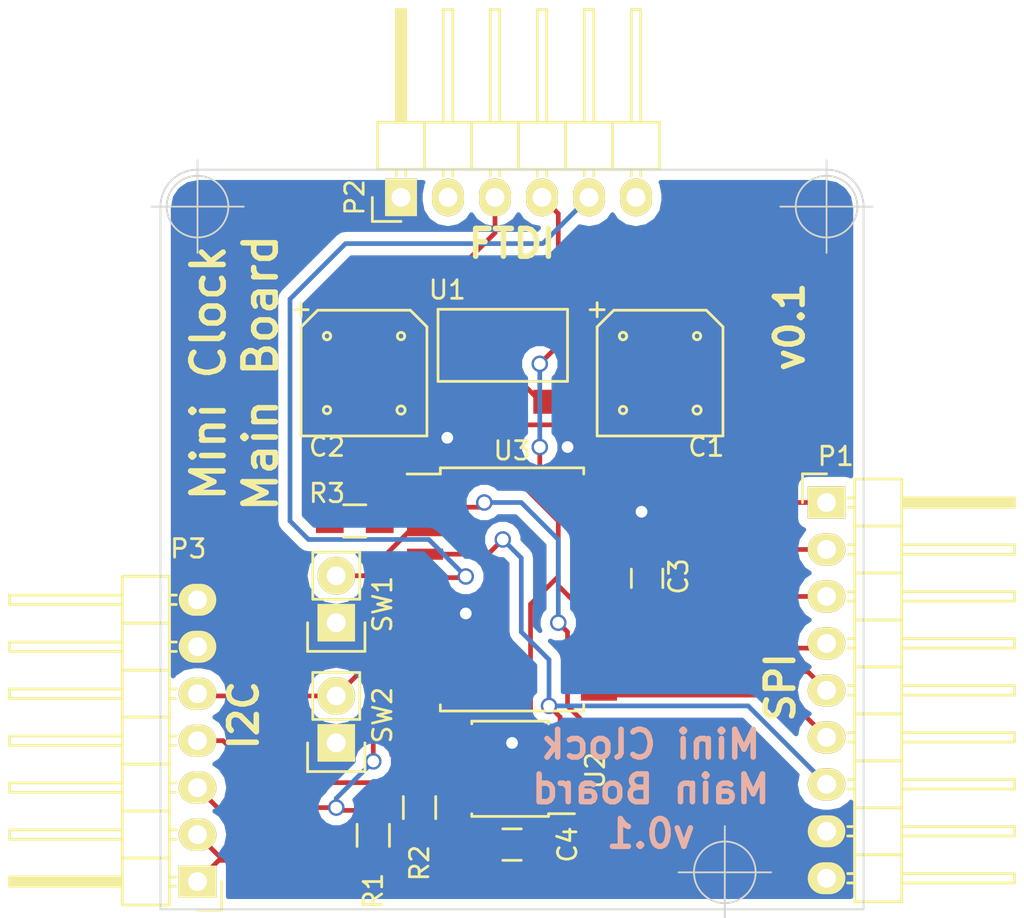
<source format=kicad_pcb>
(kicad_pcb (version 4) (host pcbnew 0.201503050816+5478~22~ubuntu14.04.1-product)

  (general
    (links 54)
    (no_connects 0)
    (area 107.949999 102.949999 146.050001 143.050001)
    (thickness 1.6)
    (drawings 15)
    (tracks 177)
    (zones 0)
    (modules 15)
    (nets 15)
  )

  (page A4)
  (layers
    (0 F.Cu signal)
    (31 B.Cu signal)
    (32 B.Adhes user)
    (33 F.Adhes user)
    (34 B.Paste user)
    (35 F.Paste user)
    (36 B.SilkS user)
    (37 F.SilkS user)
    (38 B.Mask user)
    (39 F.Mask user)
    (40 Dwgs.User user)
    (41 Cmts.User user)
    (42 Eco1.User user)
    (43 Eco2.User user)
    (44 Edge.Cuts user)
    (45 Margin user)
    (46 B.CrtYd user)
    (47 F.CrtYd user)
    (48 B.Fab user)
    (49 F.Fab user)
  )

  (setup
    (last_trace_width 0.254)
    (trace_clearance 0.254)
    (zone_clearance 0.508)
    (zone_45_only no)
    (trace_min 0.254)
    (segment_width 0.2)
    (edge_width 0.1)
    (via_size 0.889)
    (via_drill 0.635)
    (via_min_size 0.889)
    (via_min_drill 0.508)
    (uvia_size 0.508)
    (uvia_drill 0.127)
    (uvias_allowed no)
    (uvia_min_size 0.508)
    (uvia_min_drill 0.127)
    (pcb_text_width 0.3)
    (pcb_text_size 1.5 1.5)
    (mod_edge_width 0.15)
    (mod_text_size 1 1)
    (mod_text_width 0.15)
    (pad_size 1.5 1.5)
    (pad_drill 0.6)
    (pad_to_mask_clearance 0)
    (aux_axis_origin 0 0)
    (visible_elements FFFFFF7F)
    (pcbplotparams
      (layerselection 0x00030_80000001)
      (usegerberextensions false)
      (excludeedgelayer true)
      (linewidth 0.100000)
      (plotframeref false)
      (viasonmask false)
      (mode 1)
      (useauxorigin false)
      (hpglpennumber 1)
      (hpglpenspeed 20)
      (hpglpendiameter 15)
      (hpglpenoverlay 2)
      (psnegative false)
      (psa4output false)
      (plotreference true)
      (plotvalue true)
      (plotinvisibletext false)
      (padsonsilk false)
      (subtractmaskfromsilk false)
      (outputformat 1)
      (mirror false)
      (drillshape 1)
      (scaleselection 1)
      (outputdirectory ""))
  )

  (net 0 "")
  (net 1 GND)
  (net 2 /+5V)
  (net 3 VCC)
  (net 4 /SCLK)
  (net 5 /MOSI)
  (net 6 /MISO)
  (net 7 /SSEL)
  (net 8 /~RST)
  (net 9 /TXD)
  (net 10 /RXD)
  (net 11 /SCL)
  (net 12 /SDA)
  (net 13 /1HZ)
  (net 14 "Net-(SW1-Pad2)")

  (net_class Default "This is the default net class."
    (clearance 0.254)
    (trace_width 0.254)
    (via_dia 0.889)
    (via_drill 0.635)
    (uvia_dia 0.508)
    (uvia_drill 0.127)
    (add_net /+5V)
    (add_net /1HZ)
    (add_net /MISO)
    (add_net /MOSI)
    (add_net /RXD)
    (add_net /SCL)
    (add_net /SCLK)
    (add_net /SDA)
    (add_net /SSEL)
    (add_net /TXD)
    (add_net /~RST)
    (add_net GND)
    (add_net "Net-(SW1-Pad2)")
    (add_net VCC)
  )

  (module MiniClock:Nichicon_PolCap_6.3 (layer F.Cu) (tedit 551739E8) (tstamp 55172563)
    (at 135 114)
    (path /5515DF01)
    (fp_text reference C1 (at 2.5 4 180) (layer F.SilkS)
      (effects (font (size 1 1) (thickness 0.15)))
    )
    (fp_text value 10uF (at 0 0) (layer F.Fab)
      (effects (font (size 1 1) (thickness 0.15)))
    )
    (fp_circle (center 2 2) (end 2.1 1.8) (layer F.SilkS) (width 0.15))
    (fp_circle (center -2 2) (end -2 1.8) (layer F.SilkS) (width 0.15))
    (fp_circle (center 2 -2) (end 2 -2.2) (layer F.SilkS) (width 0.15))
    (fp_text user + (at -3.4 -3.5) (layer F.SilkS)
      (effects (font (size 1 1) (thickness 0.15)))
    )
    (fp_line (start 3.4 3.4) (end 3.4 -2.5) (layer F.SilkS) (width 0.15))
    (fp_line (start 3.4 -2.5) (end 2.5 -3.4) (layer F.SilkS) (width 0.15))
    (fp_line (start 2.5 -3.4) (end -2.5 -3.4) (layer F.SilkS) (width 0.15))
    (fp_line (start -2.5 -3.4) (end -3.4 -2.5) (layer F.SilkS) (width 0.15))
    (fp_line (start -3.4 -2.5) (end -3.4 3.4) (layer F.SilkS) (width 0.15))
    (fp_line (start -3.4 3.4) (end 3.4 3.4) (layer F.SilkS) (width 0.15))
    (fp_circle (center -2 -2) (end -2 -2.2) (layer F.SilkS) (width 0.15))
    (fp_circle (center -2 -2) (end -2 -2.2) (layer F.SilkS) (width 0.15))
    (pad 2 smd rect (at 0 3.65) (size 1.6 3.5) (layers F.Cu F.Paste F.Mask)
      (net 1 GND))
    (pad 1 smd rect (at 0 -3.65) (size 1.6 3.5) (layers F.Cu F.Paste F.Mask)
      (net 2 /+5V))
  )

  (module MiniClock:Nichicon_PolCap_6.3 (layer F.Cu) (tedit 551739E3) (tstamp 55172575)
    (at 119 114)
    (path /5515DEE1)
    (fp_text reference C2 (at -2 4) (layer F.SilkS)
      (effects (font (size 1 1) (thickness 0.15)))
    )
    (fp_text value 10uF (at 0 0) (layer F.Fab)
      (effects (font (size 1 1) (thickness 0.15)))
    )
    (fp_circle (center 2 2) (end 2.1 1.8) (layer F.SilkS) (width 0.15))
    (fp_circle (center -2 2) (end -2 1.8) (layer F.SilkS) (width 0.15))
    (fp_circle (center 2 -2) (end 2 -2.2) (layer F.SilkS) (width 0.15))
    (fp_text user + (at -3.4 -3.5) (layer F.SilkS)
      (effects (font (size 1 1) (thickness 0.15)))
    )
    (fp_line (start 3.4 3.4) (end 3.4 -2.5) (layer F.SilkS) (width 0.15))
    (fp_line (start 3.4 -2.5) (end 2.5 -3.4) (layer F.SilkS) (width 0.15))
    (fp_line (start 2.5 -3.4) (end -2.5 -3.4) (layer F.SilkS) (width 0.15))
    (fp_line (start -2.5 -3.4) (end -3.4 -2.5) (layer F.SilkS) (width 0.15))
    (fp_line (start -3.4 -2.5) (end -3.4 3.4) (layer F.SilkS) (width 0.15))
    (fp_line (start -3.4 3.4) (end 3.4 3.4) (layer F.SilkS) (width 0.15))
    (fp_circle (center -2 -2) (end -2 -2.2) (layer F.SilkS) (width 0.15))
    (fp_circle (center -2 -2) (end -2 -2.2) (layer F.SilkS) (width 0.15))
    (pad 2 smd rect (at 0 3.65) (size 1.6 3.5) (layers F.Cu F.Paste F.Mask)
      (net 1 GND))
    (pad 1 smd rect (at 0 -3.65) (size 1.6 3.5) (layers F.Cu F.Paste F.Mask)
      (net 3 VCC))
  )

  (module Capacitors_SMD:C_0805_HandSoldering (layer F.Cu) (tedit 551738F8) (tstamp 5517257B)
    (at 134.3 125.1 90)
    (descr "Capacitor SMD 0805, hand soldering")
    (tags "capacitor 0805")
    (path /551708E7)
    (attr smd)
    (fp_text reference C3 (at 0.1 1.7 90) (layer F.SilkS)
      (effects (font (size 1 1) (thickness 0.15)))
    )
    (fp_text value 0.1uF (at 0.1 0.2 90) (layer F.Fab)
      (effects (font (size 1 1) (thickness 0.15)))
    )
    (fp_line (start -2.3 -1) (end 2.3 -1) (layer F.CrtYd) (width 0.05))
    (fp_line (start -2.3 1) (end 2.3 1) (layer F.CrtYd) (width 0.05))
    (fp_line (start -2.3 -1) (end -2.3 1) (layer F.CrtYd) (width 0.05))
    (fp_line (start 2.3 -1) (end 2.3 1) (layer F.CrtYd) (width 0.05))
    (fp_line (start 0.5 -0.85) (end -0.5 -0.85) (layer F.SilkS) (width 0.15))
    (fp_line (start -0.5 0.85) (end 0.5 0.85) (layer F.SilkS) (width 0.15))
    (pad 1 smd rect (at -1.25 0 90) (size 1.5 1.25) (layers F.Cu F.Paste F.Mask)
      (net 3 VCC))
    (pad 2 smd rect (at 1.25 0 90) (size 1.5 1.25) (layers F.Cu F.Paste F.Mask)
      (net 1 GND))
    (model Capacitors_SMD.3dshapes/C_0805_HandSoldering.wrl
      (at (xyz 0 0 0))
      (scale (xyz 1 1 1))
      (rotate (xyz 0 0 0))
    )
  )

  (module Capacitors_SMD:C_0805_HandSoldering (layer F.Cu) (tedit 551738AC) (tstamp 55172581)
    (at 127 139.5)
    (descr "Capacitor SMD 0805, hand soldering")
    (tags "capacitor 0805")
    (path /5515E5DD)
    (attr smd)
    (fp_text reference C4 (at 3 0 90) (layer F.SilkS)
      (effects (font (size 1 1) (thickness 0.15)))
    )
    (fp_text value 0.1uF (at 0 2) (layer F.Fab)
      (effects (font (size 1 1) (thickness 0.15)))
    )
    (fp_line (start -2.3 -1) (end 2.3 -1) (layer F.CrtYd) (width 0.05))
    (fp_line (start -2.3 1) (end 2.3 1) (layer F.CrtYd) (width 0.05))
    (fp_line (start -2.3 -1) (end -2.3 1) (layer F.CrtYd) (width 0.05))
    (fp_line (start 2.3 -1) (end 2.3 1) (layer F.CrtYd) (width 0.05))
    (fp_line (start 0.5 -0.85) (end -0.5 -0.85) (layer F.SilkS) (width 0.15))
    (fp_line (start -0.5 0.85) (end 0.5 0.85) (layer F.SilkS) (width 0.15))
    (pad 1 smd rect (at -1.25 0) (size 1.5 1.25) (layers F.Cu F.Paste F.Mask)
      (net 1 GND))
    (pad 2 smd rect (at 1.25 0) (size 1.5 1.25) (layers F.Cu F.Paste F.Mask)
      (net 3 VCC))
    (model Capacitors_SMD.3dshapes/C_0805_HandSoldering.wrl
      (at (xyz 0 0 0))
      (scale (xyz 1 1 1))
      (rotate (xyz 0 0 0))
    )
  )

  (module Pin_Headers:Pin_Header_Angled_1x09 (layer F.Cu) (tedit 55173896) (tstamp 5517258E)
    (at 144 121)
    (descr "Through hole pin header")
    (tags "pin header")
    (path /55172D53)
    (fp_text reference P1 (at 0.5 -2.5) (layer F.SilkS)
      (effects (font (size 1 1) (thickness 0.15)))
    )
    (fp_text value CONN_9 (at -2.5 18.5 90) (layer F.Fab)
      (effects (font (size 1 1) (thickness 0.15)))
    )
    (fp_line (start -1.5 -1.75) (end -1.5 22.1) (layer F.CrtYd) (width 0.05))
    (fp_line (start 10.65 -1.75) (end 10.65 22.1) (layer F.CrtYd) (width 0.05))
    (fp_line (start -1.5 -1.75) (end 10.65 -1.75) (layer F.CrtYd) (width 0.05))
    (fp_line (start -1.5 22.1) (end 10.65 22.1) (layer F.CrtYd) (width 0.05))
    (fp_line (start -1.3 -1.55) (end -1.3 0) (layer F.SilkS) (width 0.15))
    (fp_line (start 0 -1.55) (end -1.3 -1.55) (layer F.SilkS) (width 0.15))
    (fp_line (start 4.191 -0.127) (end 10.033 -0.127) (layer F.SilkS) (width 0.15))
    (fp_line (start 10.033 -0.127) (end 10.033 0.127) (layer F.SilkS) (width 0.15))
    (fp_line (start 10.033 0.127) (end 4.191 0.127) (layer F.SilkS) (width 0.15))
    (fp_line (start 4.191 0.127) (end 4.191 0) (layer F.SilkS) (width 0.15))
    (fp_line (start 4.191 0) (end 10.033 0) (layer F.SilkS) (width 0.15))
    (fp_line (start 1.524 20.066) (end 1.143 20.066) (layer F.SilkS) (width 0.15))
    (fp_line (start 1.524 20.574) (end 1.143 20.574) (layer F.SilkS) (width 0.15))
    (fp_line (start 1.524 -0.254) (end 1.143 -0.254) (layer F.SilkS) (width 0.15))
    (fp_line (start 1.524 0.254) (end 1.143 0.254) (layer F.SilkS) (width 0.15))
    (fp_line (start 1.524 2.286) (end 1.143 2.286) (layer F.SilkS) (width 0.15))
    (fp_line (start 1.524 2.794) (end 1.143 2.794) (layer F.SilkS) (width 0.15))
    (fp_line (start 1.524 4.826) (end 1.143 4.826) (layer F.SilkS) (width 0.15))
    (fp_line (start 1.524 5.334) (end 1.143 5.334) (layer F.SilkS) (width 0.15))
    (fp_line (start 1.524 7.366) (end 1.143 7.366) (layer F.SilkS) (width 0.15))
    (fp_line (start 1.524 7.874) (end 1.143 7.874) (layer F.SilkS) (width 0.15))
    (fp_line (start 1.524 18.034) (end 1.143 18.034) (layer F.SilkS) (width 0.15))
    (fp_line (start 1.524 17.526) (end 1.143 17.526) (layer F.SilkS) (width 0.15))
    (fp_line (start 1.524 15.494) (end 1.143 15.494) (layer F.SilkS) (width 0.15))
    (fp_line (start 1.524 14.986) (end 1.143 14.986) (layer F.SilkS) (width 0.15))
    (fp_line (start 1.524 12.954) (end 1.143 12.954) (layer F.SilkS) (width 0.15))
    (fp_line (start 1.524 12.446) (end 1.143 12.446) (layer F.SilkS) (width 0.15))
    (fp_line (start 1.524 10.414) (end 1.143 10.414) (layer F.SilkS) (width 0.15))
    (fp_line (start 1.524 9.906) (end 1.143 9.906) (layer F.SilkS) (width 0.15))
    (fp_line (start 1.524 16.51) (end 4.064 16.51) (layer F.SilkS) (width 0.15))
    (fp_line (start 1.524 16.51) (end 1.524 19.05) (layer F.SilkS) (width 0.15))
    (fp_line (start 1.524 19.05) (end 4.064 19.05) (layer F.SilkS) (width 0.15))
    (fp_line (start 4.064 17.526) (end 10.16 17.526) (layer F.SilkS) (width 0.15))
    (fp_line (start 10.16 17.526) (end 10.16 18.034) (layer F.SilkS) (width 0.15))
    (fp_line (start 10.16 18.034) (end 4.064 18.034) (layer F.SilkS) (width 0.15))
    (fp_line (start 4.064 19.05) (end 4.064 16.51) (layer F.SilkS) (width 0.15))
    (fp_line (start 4.064 21.59) (end 4.064 19.05) (layer F.SilkS) (width 0.15))
    (fp_line (start 10.16 20.574) (end 4.064 20.574) (layer F.SilkS) (width 0.15))
    (fp_line (start 10.16 20.066) (end 10.16 20.574) (layer F.SilkS) (width 0.15))
    (fp_line (start 4.064 20.066) (end 10.16 20.066) (layer F.SilkS) (width 0.15))
    (fp_line (start 1.524 19.05) (end 1.524 21.59) (layer F.SilkS) (width 0.15))
    (fp_line (start 1.524 19.05) (end 4.064 19.05) (layer F.SilkS) (width 0.15))
    (fp_line (start 1.524 21.59) (end 4.064 21.59) (layer F.SilkS) (width 0.15))
    (fp_line (start 4.064 1.27) (end 4.064 -1.27) (layer F.SilkS) (width 0.15))
    (fp_line (start 10.16 0.254) (end 4.064 0.254) (layer F.SilkS) (width 0.15))
    (fp_line (start 10.16 -0.254) (end 10.16 0.254) (layer F.SilkS) (width 0.15))
    (fp_line (start 4.064 -0.254) (end 10.16 -0.254) (layer F.SilkS) (width 0.15))
    (fp_line (start 1.524 1.27) (end 4.064 1.27) (layer F.SilkS) (width 0.15))
    (fp_line (start 1.524 -1.27) (end 1.524 1.27) (layer F.SilkS) (width 0.15))
    (fp_line (start 1.524 -1.27) (end 4.064 -1.27) (layer F.SilkS) (width 0.15))
    (fp_line (start 1.524 3.81) (end 4.064 3.81) (layer F.SilkS) (width 0.15))
    (fp_line (start 1.524 3.81) (end 1.524 6.35) (layer F.SilkS) (width 0.15))
    (fp_line (start 1.524 6.35) (end 4.064 6.35) (layer F.SilkS) (width 0.15))
    (fp_line (start 4.064 4.826) (end 10.16 4.826) (layer F.SilkS) (width 0.15))
    (fp_line (start 10.16 4.826) (end 10.16 5.334) (layer F.SilkS) (width 0.15))
    (fp_line (start 10.16 5.334) (end 4.064 5.334) (layer F.SilkS) (width 0.15))
    (fp_line (start 4.064 6.35) (end 4.064 3.81) (layer F.SilkS) (width 0.15))
    (fp_line (start 4.064 3.81) (end 4.064 1.27) (layer F.SilkS) (width 0.15))
    (fp_line (start 10.16 2.794) (end 4.064 2.794) (layer F.SilkS) (width 0.15))
    (fp_line (start 10.16 2.286) (end 10.16 2.794) (layer F.SilkS) (width 0.15))
    (fp_line (start 4.064 2.286) (end 10.16 2.286) (layer F.SilkS) (width 0.15))
    (fp_line (start 1.524 3.81) (end 4.064 3.81) (layer F.SilkS) (width 0.15))
    (fp_line (start 1.524 1.27) (end 1.524 3.81) (layer F.SilkS) (width 0.15))
    (fp_line (start 1.524 1.27) (end 4.064 1.27) (layer F.SilkS) (width 0.15))
    (fp_line (start 1.524 11.43) (end 4.064 11.43) (layer F.SilkS) (width 0.15))
    (fp_line (start 1.524 11.43) (end 1.524 13.97) (layer F.SilkS) (width 0.15))
    (fp_line (start 1.524 13.97) (end 4.064 13.97) (layer F.SilkS) (width 0.15))
    (fp_line (start 4.064 12.446) (end 10.16 12.446) (layer F.SilkS) (width 0.15))
    (fp_line (start 10.16 12.446) (end 10.16 12.954) (layer F.SilkS) (width 0.15))
    (fp_line (start 10.16 12.954) (end 4.064 12.954) (layer F.SilkS) (width 0.15))
    (fp_line (start 4.064 13.97) (end 4.064 11.43) (layer F.SilkS) (width 0.15))
    (fp_line (start 4.064 16.51) (end 4.064 13.97) (layer F.SilkS) (width 0.15))
    (fp_line (start 10.16 15.494) (end 4.064 15.494) (layer F.SilkS) (width 0.15))
    (fp_line (start 10.16 14.986) (end 10.16 15.494) (layer F.SilkS) (width 0.15))
    (fp_line (start 4.064 14.986) (end 10.16 14.986) (layer F.SilkS) (width 0.15))
    (fp_line (start 1.524 16.51) (end 4.064 16.51) (layer F.SilkS) (width 0.15))
    (fp_line (start 1.524 13.97) (end 1.524 16.51) (layer F.SilkS) (width 0.15))
    (fp_line (start 1.524 13.97) (end 4.064 13.97) (layer F.SilkS) (width 0.15))
    (fp_line (start 1.524 8.89) (end 4.064 8.89) (layer F.SilkS) (width 0.15))
    (fp_line (start 1.524 8.89) (end 1.524 11.43) (layer F.SilkS) (width 0.15))
    (fp_line (start 1.524 11.43) (end 4.064 11.43) (layer F.SilkS) (width 0.15))
    (fp_line (start 4.064 9.906) (end 10.16 9.906) (layer F.SilkS) (width 0.15))
    (fp_line (start 10.16 9.906) (end 10.16 10.414) (layer F.SilkS) (width 0.15))
    (fp_line (start 10.16 10.414) (end 4.064 10.414) (layer F.SilkS) (width 0.15))
    (fp_line (start 4.064 11.43) (end 4.064 8.89) (layer F.SilkS) (width 0.15))
    (fp_line (start 4.064 8.89) (end 4.064 6.35) (layer F.SilkS) (width 0.15))
    (fp_line (start 10.16 7.874) (end 4.064 7.874) (layer F.SilkS) (width 0.15))
    (fp_line (start 10.16 7.366) (end 10.16 7.874) (layer F.SilkS) (width 0.15))
    (fp_line (start 4.064 7.366) (end 10.16 7.366) (layer F.SilkS) (width 0.15))
    (fp_line (start 1.524 8.89) (end 4.064 8.89) (layer F.SilkS) (width 0.15))
    (fp_line (start 1.524 6.35) (end 1.524 8.89) (layer F.SilkS) (width 0.15))
    (fp_line (start 1.524 6.35) (end 4.064 6.35) (layer F.SilkS) (width 0.15))
    (pad 1 thru_hole rect (at 0 0) (size 2.032 1.7272) (drill 1.016) (layers *.Cu *.Mask F.SilkS)
      (net 3 VCC))
    (pad 2 thru_hole oval (at 0 2.54) (size 2.032 1.7272) (drill 1.016) (layers *.Cu *.Mask F.SilkS)
      (net 3 VCC))
    (pad 3 thru_hole oval (at 0 5.08) (size 2.032 1.7272) (drill 1.016) (layers *.Cu *.Mask F.SilkS)
      (net 5 /MOSI))
    (pad 4 thru_hole oval (at 0 7.62) (size 2.032 1.7272) (drill 1.016) (layers *.Cu *.Mask F.SilkS)
      (net 6 /MISO))
    (pad 5 thru_hole oval (at 0 10.16) (size 2.032 1.7272) (drill 1.016) (layers *.Cu *.Mask F.SilkS)
      (net 4 /SCLK))
    (pad 6 thru_hole oval (at 0 12.7) (size 2.032 1.7272) (drill 1.016) (layers *.Cu *.Mask F.SilkS)
      (net 7 /SSEL))
    (pad 7 thru_hole oval (at 0 15.24) (size 2.032 1.7272) (drill 1.016) (layers *.Cu *.Mask F.SilkS)
      (net 8 /~RST))
    (pad 8 thru_hole oval (at 0 17.78) (size 2.032 1.7272) (drill 1.016) (layers *.Cu *.Mask F.SilkS)
      (net 1 GND))
    (pad 9 thru_hole oval (at 0 20.32) (size 2.032 1.7272) (drill 1.016) (layers *.Cu *.Mask F.SilkS)
      (net 1 GND))
    (model Pin_Headers.3dshapes/Pin_Header_Angled_1x09.wrl
      (at (xyz 0 -0.4 0))
      (scale (xyz 1 1 1))
      (rotate (xyz 0 0 90))
    )
  )

  (module Pin_Headers:Pin_Header_Angled_1x06 (layer F.Cu) (tedit 55173889) (tstamp 55172598)
    (at 121 104.5 90)
    (descr "Through hole pin header")
    (tags "pin header")
    (path /5515D564)
    (fp_text reference P2 (at 0 -2.5 90) (layer F.SilkS)
      (effects (font (size 1 1) (thickness 0.15)))
    )
    (fp_text value CONN_6 (at 0.5 17.5 180) (layer F.Fab)
      (effects (font (size 1 1) (thickness 0.15)))
    )
    (fp_line (start -1.5 -1.75) (end -1.5 14.45) (layer F.CrtYd) (width 0.05))
    (fp_line (start 10.65 -1.75) (end 10.65 14.45) (layer F.CrtYd) (width 0.05))
    (fp_line (start -1.5 -1.75) (end 10.65 -1.75) (layer F.CrtYd) (width 0.05))
    (fp_line (start -1.5 14.45) (end 10.65 14.45) (layer F.CrtYd) (width 0.05))
    (fp_line (start -1.3 -1.55) (end -1.3 0) (layer F.SilkS) (width 0.15))
    (fp_line (start 0 -1.55) (end -1.3 -1.55) (layer F.SilkS) (width 0.15))
    (fp_line (start 4.191 -0.127) (end 10.033 -0.127) (layer F.SilkS) (width 0.15))
    (fp_line (start 10.033 -0.127) (end 10.033 0.127) (layer F.SilkS) (width 0.15))
    (fp_line (start 10.033 0.127) (end 4.191 0.127) (layer F.SilkS) (width 0.15))
    (fp_line (start 4.191 0.127) (end 4.191 0) (layer F.SilkS) (width 0.15))
    (fp_line (start 4.191 0) (end 10.033 0) (layer F.SilkS) (width 0.15))
    (fp_line (start 1.524 -0.254) (end 1.143 -0.254) (layer F.SilkS) (width 0.15))
    (fp_line (start 1.524 0.254) (end 1.143 0.254) (layer F.SilkS) (width 0.15))
    (fp_line (start 1.524 2.286) (end 1.143 2.286) (layer F.SilkS) (width 0.15))
    (fp_line (start 1.524 2.794) (end 1.143 2.794) (layer F.SilkS) (width 0.15))
    (fp_line (start 1.524 4.826) (end 1.143 4.826) (layer F.SilkS) (width 0.15))
    (fp_line (start 1.524 5.334) (end 1.143 5.334) (layer F.SilkS) (width 0.15))
    (fp_line (start 1.524 12.954) (end 1.143 12.954) (layer F.SilkS) (width 0.15))
    (fp_line (start 1.524 12.446) (end 1.143 12.446) (layer F.SilkS) (width 0.15))
    (fp_line (start 1.524 10.414) (end 1.143 10.414) (layer F.SilkS) (width 0.15))
    (fp_line (start 1.524 9.906) (end 1.143 9.906) (layer F.SilkS) (width 0.15))
    (fp_line (start 1.524 7.874) (end 1.143 7.874) (layer F.SilkS) (width 0.15))
    (fp_line (start 1.524 7.366) (end 1.143 7.366) (layer F.SilkS) (width 0.15))
    (fp_line (start 1.524 -1.27) (end 4.064 -1.27) (layer F.SilkS) (width 0.15))
    (fp_line (start 1.524 1.27) (end 4.064 1.27) (layer F.SilkS) (width 0.15))
    (fp_line (start 1.524 1.27) (end 1.524 3.81) (layer F.SilkS) (width 0.15))
    (fp_line (start 1.524 3.81) (end 4.064 3.81) (layer F.SilkS) (width 0.15))
    (fp_line (start 4.064 2.286) (end 10.16 2.286) (layer F.SilkS) (width 0.15))
    (fp_line (start 10.16 2.286) (end 10.16 2.794) (layer F.SilkS) (width 0.15))
    (fp_line (start 10.16 2.794) (end 4.064 2.794) (layer F.SilkS) (width 0.15))
    (fp_line (start 4.064 3.81) (end 4.064 1.27) (layer F.SilkS) (width 0.15))
    (fp_line (start 4.064 1.27) (end 4.064 -1.27) (layer F.SilkS) (width 0.15))
    (fp_line (start 10.16 0.254) (end 4.064 0.254) (layer F.SilkS) (width 0.15))
    (fp_line (start 10.16 -0.254) (end 10.16 0.254) (layer F.SilkS) (width 0.15))
    (fp_line (start 4.064 -0.254) (end 10.16 -0.254) (layer F.SilkS) (width 0.15))
    (fp_line (start 1.524 1.27) (end 4.064 1.27) (layer F.SilkS) (width 0.15))
    (fp_line (start 1.524 -1.27) (end 1.524 1.27) (layer F.SilkS) (width 0.15))
    (fp_line (start 1.524 8.89) (end 4.064 8.89) (layer F.SilkS) (width 0.15))
    (fp_line (start 1.524 8.89) (end 1.524 11.43) (layer F.SilkS) (width 0.15))
    (fp_line (start 1.524 11.43) (end 4.064 11.43) (layer F.SilkS) (width 0.15))
    (fp_line (start 4.064 9.906) (end 10.16 9.906) (layer F.SilkS) (width 0.15))
    (fp_line (start 10.16 9.906) (end 10.16 10.414) (layer F.SilkS) (width 0.15))
    (fp_line (start 10.16 10.414) (end 4.064 10.414) (layer F.SilkS) (width 0.15))
    (fp_line (start 4.064 11.43) (end 4.064 8.89) (layer F.SilkS) (width 0.15))
    (fp_line (start 4.064 13.97) (end 4.064 11.43) (layer F.SilkS) (width 0.15))
    (fp_line (start 10.16 12.954) (end 4.064 12.954) (layer F.SilkS) (width 0.15))
    (fp_line (start 10.16 12.446) (end 10.16 12.954) (layer F.SilkS) (width 0.15))
    (fp_line (start 4.064 12.446) (end 10.16 12.446) (layer F.SilkS) (width 0.15))
    (fp_line (start 1.524 13.97) (end 4.064 13.97) (layer F.SilkS) (width 0.15))
    (fp_line (start 1.524 11.43) (end 1.524 13.97) (layer F.SilkS) (width 0.15))
    (fp_line (start 1.524 11.43) (end 4.064 11.43) (layer F.SilkS) (width 0.15))
    (fp_line (start 1.524 6.35) (end 4.064 6.35) (layer F.SilkS) (width 0.15))
    (fp_line (start 1.524 6.35) (end 1.524 8.89) (layer F.SilkS) (width 0.15))
    (fp_line (start 1.524 8.89) (end 4.064 8.89) (layer F.SilkS) (width 0.15))
    (fp_line (start 4.064 7.366) (end 10.16 7.366) (layer F.SilkS) (width 0.15))
    (fp_line (start 10.16 7.366) (end 10.16 7.874) (layer F.SilkS) (width 0.15))
    (fp_line (start 10.16 7.874) (end 4.064 7.874) (layer F.SilkS) (width 0.15))
    (fp_line (start 4.064 8.89) (end 4.064 6.35) (layer F.SilkS) (width 0.15))
    (fp_line (start 4.064 6.35) (end 4.064 3.81) (layer F.SilkS) (width 0.15))
    (fp_line (start 10.16 5.334) (end 4.064 5.334) (layer F.SilkS) (width 0.15))
    (fp_line (start 10.16 4.826) (end 10.16 5.334) (layer F.SilkS) (width 0.15))
    (fp_line (start 4.064 4.826) (end 10.16 4.826) (layer F.SilkS) (width 0.15))
    (fp_line (start 1.524 6.35) (end 4.064 6.35) (layer F.SilkS) (width 0.15))
    (fp_line (start 1.524 3.81) (end 1.524 6.35) (layer F.SilkS) (width 0.15))
    (fp_line (start 1.524 3.81) (end 4.064 3.81) (layer F.SilkS) (width 0.15))
    (pad 1 thru_hole rect (at 0 0 90) (size 2.032 1.7272) (drill 1.016) (layers *.Cu *.Mask F.SilkS)
      (net 1 GND))
    (pad 2 thru_hole oval (at 0 2.54 90) (size 2.032 1.7272) (drill 1.016) (layers *.Cu *.Mask F.SilkS))
    (pad 3 thru_hole oval (at 0 5.08 90) (size 2.032 1.7272) (drill 1.016) (layers *.Cu *.Mask F.SilkS)
      (net 2 /+5V))
    (pad 4 thru_hole oval (at 0 7.62 90) (size 2.032 1.7272) (drill 1.016) (layers *.Cu *.Mask F.SilkS)
      (net 9 /TXD))
    (pad 5 thru_hole oval (at 0 10.16 90) (size 2.032 1.7272) (drill 1.016) (layers *.Cu *.Mask F.SilkS)
      (net 10 /RXD))
    (pad 6 thru_hole oval (at 0 12.7 90) (size 2.032 1.7272) (drill 1.016) (layers *.Cu *.Mask F.SilkS))
    (model Pin_Headers.3dshapes/Pin_Header_Angled_1x06.wrl
      (at (xyz 0 -0.25 0))
      (scale (xyz 1 1 1))
      (rotate (xyz 0 0 90))
    )
  )

  (module Pin_Headers:Pin_Header_Angled_1x07 (layer F.Cu) (tedit 5517389F) (tstamp 551725A3)
    (at 110 141.5 180)
    (descr "Through hole pin header")
    (tags "pin header")
    (path /55173259)
    (fp_text reference P3 (at 0.5 18 180) (layer F.SilkS)
      (effects (font (size 1 1) (thickness 0.15)))
    )
    (fp_text value CONN_7 (at -2.5 2 270) (layer F.Fab)
      (effects (font (size 1 1) (thickness 0.15)))
    )
    (fp_line (start -1.5 -1.75) (end -1.5 17) (layer F.CrtYd) (width 0.05))
    (fp_line (start 10.65 -1.75) (end 10.65 17) (layer F.CrtYd) (width 0.05))
    (fp_line (start -1.5 -1.75) (end 10.65 -1.75) (layer F.CrtYd) (width 0.05))
    (fp_line (start -1.5 17) (end 10.65 17) (layer F.CrtYd) (width 0.05))
    (fp_line (start -1.3 -1.55) (end -1.3 0) (layer F.SilkS) (width 0.15))
    (fp_line (start 0 -1.55) (end -1.3 -1.55) (layer F.SilkS) (width 0.15))
    (fp_line (start 4.191 -0.127) (end 10.033 -0.127) (layer F.SilkS) (width 0.15))
    (fp_line (start 10.033 -0.127) (end 10.033 0.127) (layer F.SilkS) (width 0.15))
    (fp_line (start 10.033 0.127) (end 4.191 0.127) (layer F.SilkS) (width 0.15))
    (fp_line (start 4.191 0.127) (end 4.191 0) (layer F.SilkS) (width 0.15))
    (fp_line (start 4.191 0) (end 10.033 0) (layer F.SilkS) (width 0.15))
    (fp_line (start 1.524 -0.254) (end 1.143 -0.254) (layer F.SilkS) (width 0.15))
    (fp_line (start 1.524 0.254) (end 1.143 0.254) (layer F.SilkS) (width 0.15))
    (fp_line (start 1.524 2.286) (end 1.143 2.286) (layer F.SilkS) (width 0.15))
    (fp_line (start 1.524 2.794) (end 1.143 2.794) (layer F.SilkS) (width 0.15))
    (fp_line (start 1.524 4.826) (end 1.143 4.826) (layer F.SilkS) (width 0.15))
    (fp_line (start 1.524 5.334) (end 1.143 5.334) (layer F.SilkS) (width 0.15))
    (fp_line (start 1.524 7.366) (end 1.143 7.366) (layer F.SilkS) (width 0.15))
    (fp_line (start 1.524 7.874) (end 1.143 7.874) (layer F.SilkS) (width 0.15))
    (fp_line (start 1.524 15.494) (end 1.143 15.494) (layer F.SilkS) (width 0.15))
    (fp_line (start 1.524 14.986) (end 1.143 14.986) (layer F.SilkS) (width 0.15))
    (fp_line (start 1.524 12.954) (end 1.143 12.954) (layer F.SilkS) (width 0.15))
    (fp_line (start 1.524 12.446) (end 1.143 12.446) (layer F.SilkS) (width 0.15))
    (fp_line (start 1.524 10.414) (end 1.143 10.414) (layer F.SilkS) (width 0.15))
    (fp_line (start 1.524 9.906) (end 1.143 9.906) (layer F.SilkS) (width 0.15))
    (fp_line (start 4.064 1.27) (end 4.064 -1.27) (layer F.SilkS) (width 0.15))
    (fp_line (start 10.16 0.254) (end 4.064 0.254) (layer F.SilkS) (width 0.15))
    (fp_line (start 10.16 -0.254) (end 10.16 0.254) (layer F.SilkS) (width 0.15))
    (fp_line (start 4.064 -0.254) (end 10.16 -0.254) (layer F.SilkS) (width 0.15))
    (fp_line (start 1.524 1.27) (end 4.064 1.27) (layer F.SilkS) (width 0.15))
    (fp_line (start 1.524 -1.27) (end 1.524 1.27) (layer F.SilkS) (width 0.15))
    (fp_line (start 1.524 -1.27) (end 4.064 -1.27) (layer F.SilkS) (width 0.15))
    (fp_line (start 1.524 3.81) (end 4.064 3.81) (layer F.SilkS) (width 0.15))
    (fp_line (start 1.524 3.81) (end 1.524 6.35) (layer F.SilkS) (width 0.15))
    (fp_line (start 1.524 6.35) (end 4.064 6.35) (layer F.SilkS) (width 0.15))
    (fp_line (start 4.064 4.826) (end 10.16 4.826) (layer F.SilkS) (width 0.15))
    (fp_line (start 10.16 4.826) (end 10.16 5.334) (layer F.SilkS) (width 0.15))
    (fp_line (start 10.16 5.334) (end 4.064 5.334) (layer F.SilkS) (width 0.15))
    (fp_line (start 4.064 6.35) (end 4.064 3.81) (layer F.SilkS) (width 0.15))
    (fp_line (start 4.064 3.81) (end 4.064 1.27) (layer F.SilkS) (width 0.15))
    (fp_line (start 10.16 2.794) (end 4.064 2.794) (layer F.SilkS) (width 0.15))
    (fp_line (start 10.16 2.286) (end 10.16 2.794) (layer F.SilkS) (width 0.15))
    (fp_line (start 4.064 2.286) (end 10.16 2.286) (layer F.SilkS) (width 0.15))
    (fp_line (start 1.524 3.81) (end 4.064 3.81) (layer F.SilkS) (width 0.15))
    (fp_line (start 1.524 1.27) (end 1.524 3.81) (layer F.SilkS) (width 0.15))
    (fp_line (start 1.524 1.27) (end 4.064 1.27) (layer F.SilkS) (width 0.15))
    (fp_line (start 1.524 11.43) (end 4.064 11.43) (layer F.SilkS) (width 0.15))
    (fp_line (start 1.524 11.43) (end 1.524 13.97) (layer F.SilkS) (width 0.15))
    (fp_line (start 1.524 13.97) (end 4.064 13.97) (layer F.SilkS) (width 0.15))
    (fp_line (start 4.064 12.446) (end 10.16 12.446) (layer F.SilkS) (width 0.15))
    (fp_line (start 10.16 12.446) (end 10.16 12.954) (layer F.SilkS) (width 0.15))
    (fp_line (start 10.16 12.954) (end 4.064 12.954) (layer F.SilkS) (width 0.15))
    (fp_line (start 4.064 13.97) (end 4.064 11.43) (layer F.SilkS) (width 0.15))
    (fp_line (start 4.064 16.51) (end 4.064 13.97) (layer F.SilkS) (width 0.15))
    (fp_line (start 10.16 15.494) (end 4.064 15.494) (layer F.SilkS) (width 0.15))
    (fp_line (start 10.16 14.986) (end 10.16 15.494) (layer F.SilkS) (width 0.15))
    (fp_line (start 4.064 14.986) (end 10.16 14.986) (layer F.SilkS) (width 0.15))
    (fp_line (start 1.524 16.51) (end 4.064 16.51) (layer F.SilkS) (width 0.15))
    (fp_line (start 1.524 13.97) (end 1.524 16.51) (layer F.SilkS) (width 0.15))
    (fp_line (start 1.524 13.97) (end 4.064 13.97) (layer F.SilkS) (width 0.15))
    (fp_line (start 1.524 8.89) (end 4.064 8.89) (layer F.SilkS) (width 0.15))
    (fp_line (start 1.524 8.89) (end 1.524 11.43) (layer F.SilkS) (width 0.15))
    (fp_line (start 1.524 11.43) (end 4.064 11.43) (layer F.SilkS) (width 0.15))
    (fp_line (start 4.064 9.906) (end 10.16 9.906) (layer F.SilkS) (width 0.15))
    (fp_line (start 10.16 9.906) (end 10.16 10.414) (layer F.SilkS) (width 0.15))
    (fp_line (start 10.16 10.414) (end 4.064 10.414) (layer F.SilkS) (width 0.15))
    (fp_line (start 4.064 11.43) (end 4.064 8.89) (layer F.SilkS) (width 0.15))
    (fp_line (start 4.064 8.89) (end 4.064 6.35) (layer F.SilkS) (width 0.15))
    (fp_line (start 10.16 7.874) (end 4.064 7.874) (layer F.SilkS) (width 0.15))
    (fp_line (start 10.16 7.366) (end 10.16 7.874) (layer F.SilkS) (width 0.15))
    (fp_line (start 4.064 7.366) (end 10.16 7.366) (layer F.SilkS) (width 0.15))
    (fp_line (start 1.524 8.89) (end 4.064 8.89) (layer F.SilkS) (width 0.15))
    (fp_line (start 1.524 6.35) (end 1.524 8.89) (layer F.SilkS) (width 0.15))
    (fp_line (start 1.524 6.35) (end 4.064 6.35) (layer F.SilkS) (width 0.15))
    (pad 1 thru_hole rect (at 0 0 180) (size 2.032 1.7272) (drill 1.016) (layers *.Cu *.Mask F.SilkS)
      (net 3 VCC))
    (pad 2 thru_hole oval (at 0 2.54 180) (size 2.032 1.7272) (drill 1.016) (layers *.Cu *.Mask F.SilkS)
      (net 3 VCC))
    (pad 3 thru_hole oval (at 0 5.08 180) (size 2.032 1.7272) (drill 1.016) (layers *.Cu *.Mask F.SilkS)
      (net 11 /SCL))
    (pad 4 thru_hole oval (at 0 7.62 180) (size 2.032 1.7272) (drill 1.016) (layers *.Cu *.Mask F.SilkS)
      (net 12 /SDA))
    (pad 5 thru_hole oval (at 0 10.16 180) (size 2.032 1.7272) (drill 1.016) (layers *.Cu *.Mask F.SilkS)
      (net 8 /~RST))
    (pad 6 thru_hole oval (at 0 12.7 180) (size 2.032 1.7272) (drill 1.016) (layers *.Cu *.Mask F.SilkS)
      (net 1 GND))
    (pad 7 thru_hole oval (at 0 15.24 180) (size 2.032 1.7272) (drill 1.016) (layers *.Cu *.Mask F.SilkS)
      (net 1 GND))
    (model Pin_Headers.3dshapes/Pin_Header_Angled_1x07.wrl
      (at (xyz 0 -0.3 0))
      (scale (xyz 1 1 1))
      (rotate (xyz 0 0 90))
    )
  )

  (module Resistors_SMD:R_0805_HandSoldering (layer F.Cu) (tedit 551738E1) (tstamp 551725A9)
    (at 119.5 139 90)
    (descr "Resistor SMD 0805, hand soldering")
    (tags "resistor 0805")
    (path /55171659)
    (attr smd)
    (fp_text reference R1 (at -3 0 90) (layer F.SilkS)
      (effects (font (size 1 1) (thickness 0.15)))
    )
    (fp_text value 10k (at 0 0 90) (layer F.Fab)
      (effects (font (size 1 1) (thickness 0.15)))
    )
    (fp_line (start -2.4 -1) (end 2.4 -1) (layer F.CrtYd) (width 0.05))
    (fp_line (start -2.4 1) (end 2.4 1) (layer F.CrtYd) (width 0.05))
    (fp_line (start -2.4 -1) (end -2.4 1) (layer F.CrtYd) (width 0.05))
    (fp_line (start 2.4 -1) (end 2.4 1) (layer F.CrtYd) (width 0.05))
    (fp_line (start 0.6 0.875) (end -0.6 0.875) (layer F.SilkS) (width 0.15))
    (fp_line (start -0.6 -0.875) (end 0.6 -0.875) (layer F.SilkS) (width 0.15))
    (pad 1 smd rect (at -1.35 0 90) (size 1.5 1.3) (layers F.Cu F.Paste F.Mask)
      (net 3 VCC))
    (pad 2 smd rect (at 1.35 0 90) (size 1.5 1.3) (layers F.Cu F.Paste F.Mask)
      (net 11 /SCL))
    (model Resistors_SMD.3dshapes/R_0805_HandSoldering.wrl
      (at (xyz 0 0 0))
      (scale (xyz 1 1 1))
      (rotate (xyz 0 0 0))
    )
  )

  (module Resistors_SMD:R_0805_HandSoldering (layer F.Cu) (tedit 551738E3) (tstamp 551725AF)
    (at 122 137.5 90)
    (descr "Resistor SMD 0805, hand soldering")
    (tags "resistor 0805")
    (path /551716F4)
    (attr smd)
    (fp_text reference R2 (at -3 0 90) (layer F.SilkS)
      (effects (font (size 1 1) (thickness 0.15)))
    )
    (fp_text value 10k (at 0 0 90) (layer F.Fab)
      (effects (font (size 1 1) (thickness 0.15)))
    )
    (fp_line (start -2.4 -1) (end 2.4 -1) (layer F.CrtYd) (width 0.05))
    (fp_line (start -2.4 1) (end 2.4 1) (layer F.CrtYd) (width 0.05))
    (fp_line (start -2.4 -1) (end -2.4 1) (layer F.CrtYd) (width 0.05))
    (fp_line (start 2.4 -1) (end 2.4 1) (layer F.CrtYd) (width 0.05))
    (fp_line (start 0.6 0.875) (end -0.6 0.875) (layer F.SilkS) (width 0.15))
    (fp_line (start -0.6 -0.875) (end 0.6 -0.875) (layer F.SilkS) (width 0.15))
    (pad 1 smd rect (at -1.35 0 90) (size 1.5 1.3) (layers F.Cu F.Paste F.Mask)
      (net 3 VCC))
    (pad 2 smd rect (at 1.35 0 90) (size 1.5 1.3) (layers F.Cu F.Paste F.Mask)
      (net 12 /SDA))
    (model Resistors_SMD.3dshapes/R_0805_HandSoldering.wrl
      (at (xyz 0 0 0))
      (scale (xyz 1 1 1))
      (rotate (xyz 0 0 0))
    )
  )

  (module Resistors_SMD:R_0805_HandSoldering (layer F.Cu) (tedit 551738C2) (tstamp 551725B5)
    (at 118.5 122)
    (descr "Resistor SMD 0805, hand soldering")
    (tags "resistor 0805")
    (path /55170E4C)
    (attr smd)
    (fp_text reference R3 (at -1.5 -1.5) (layer F.SilkS)
      (effects (font (size 1 1) (thickness 0.15)))
    )
    (fp_text value 10k (at 0 0) (layer F.Fab)
      (effects (font (size 1 1) (thickness 0.15)))
    )
    (fp_line (start -2.4 -1) (end 2.4 -1) (layer F.CrtYd) (width 0.05))
    (fp_line (start -2.4 1) (end 2.4 1) (layer F.CrtYd) (width 0.05))
    (fp_line (start -2.4 -1) (end -2.4 1) (layer F.CrtYd) (width 0.05))
    (fp_line (start 2.4 -1) (end 2.4 1) (layer F.CrtYd) (width 0.05))
    (fp_line (start 0.6 0.875) (end -0.6 0.875) (layer F.SilkS) (width 0.15))
    (fp_line (start -0.6 -0.875) (end 0.6 -0.875) (layer F.SilkS) (width 0.15))
    (pad 1 smd rect (at -1.35 0) (size 1.5 1.3) (layers F.Cu F.Paste F.Mask)
      (net 3 VCC))
    (pad 2 smd rect (at 1.35 0) (size 1.5 1.3) (layers F.Cu F.Paste F.Mask)
      (net 13 /1HZ))
    (model Resistors_SMD.3dshapes/R_0805_HandSoldering.wrl
      (at (xyz 0 0 0))
      (scale (xyz 1 1 1))
      (rotate (xyz 0 0 0))
    )
  )

  (module Pin_Headers:Pin_Header_Straight_1x02 (layer F.Cu) (tedit 55173830) (tstamp 551725BB)
    (at 117.5 127.5 180)
    (descr "Through hole pin header")
    (tags "pin header")
    (path /5516EC1F)
    (fp_text reference SW1 (at -2.5 1 270) (layer F.SilkS)
      (effects (font (size 1 1) (thickness 0.15)))
    )
    (fp_text value SW_PUSH (at 2.5 2 270) (layer F.Fab)
      (effects (font (size 1 1) (thickness 0.15)))
    )
    (fp_line (start 1.27 1.27) (end 1.27 3.81) (layer F.SilkS) (width 0.15))
    (fp_line (start 1.55 -1.55) (end 1.55 0) (layer F.SilkS) (width 0.15))
    (fp_line (start -1.75 -1.75) (end -1.75 4.3) (layer F.CrtYd) (width 0.05))
    (fp_line (start 1.75 -1.75) (end 1.75 4.3) (layer F.CrtYd) (width 0.05))
    (fp_line (start -1.75 -1.75) (end 1.75 -1.75) (layer F.CrtYd) (width 0.05))
    (fp_line (start -1.75 4.3) (end 1.75 4.3) (layer F.CrtYd) (width 0.05))
    (fp_line (start 1.27 1.27) (end -1.27 1.27) (layer F.SilkS) (width 0.15))
    (fp_line (start -1.55 0) (end -1.55 -1.55) (layer F.SilkS) (width 0.15))
    (fp_line (start -1.55 -1.55) (end 1.55 -1.55) (layer F.SilkS) (width 0.15))
    (fp_line (start -1.27 1.27) (end -1.27 3.81) (layer F.SilkS) (width 0.15))
    (fp_line (start -1.27 3.81) (end 1.27 3.81) (layer F.SilkS) (width 0.15))
    (pad 1 thru_hole rect (at 0 0 180) (size 2.032 2.032) (drill 1.016) (layers *.Cu *.Mask F.SilkS)
      (net 1 GND))
    (pad 2 thru_hole oval (at 0 2.54 180) (size 2.032 2.032) (drill 1.016) (layers *.Cu *.Mask F.SilkS)
      (net 14 "Net-(SW1-Pad2)"))
    (model Pin_Headers.3dshapes/Pin_Header_Straight_1x02.wrl
      (at (xyz 0 -0.05 0))
      (scale (xyz 1 1 1))
      (rotate (xyz 0 0 90))
    )
  )

  (module Pin_Headers:Pin_Header_Straight_1x02 (layer F.Cu) (tedit 55173825) (tstamp 551725C1)
    (at 117.5 134 180)
    (descr "Through hole pin header")
    (tags "pin header")
    (path /5516EC4F)
    (fp_text reference SW2 (at -2.5 1.5 270) (layer F.SilkS)
      (effects (font (size 1 1) (thickness 0.15)))
    )
    (fp_text value SW_PUSH (at 2.5 1 270) (layer F.Fab)
      (effects (font (size 1 1) (thickness 0.15)))
    )
    (fp_line (start 1.27 1.27) (end 1.27 3.81) (layer F.SilkS) (width 0.15))
    (fp_line (start 1.55 -1.55) (end 1.55 0) (layer F.SilkS) (width 0.15))
    (fp_line (start -1.75 -1.75) (end -1.75 4.3) (layer F.CrtYd) (width 0.05))
    (fp_line (start 1.75 -1.75) (end 1.75 4.3) (layer F.CrtYd) (width 0.05))
    (fp_line (start -1.75 -1.75) (end 1.75 -1.75) (layer F.CrtYd) (width 0.05))
    (fp_line (start -1.75 4.3) (end 1.75 4.3) (layer F.CrtYd) (width 0.05))
    (fp_line (start 1.27 1.27) (end -1.27 1.27) (layer F.SilkS) (width 0.15))
    (fp_line (start -1.55 0) (end -1.55 -1.55) (layer F.SilkS) (width 0.15))
    (fp_line (start -1.55 -1.55) (end 1.55 -1.55) (layer F.SilkS) (width 0.15))
    (fp_line (start -1.27 1.27) (end -1.27 3.81) (layer F.SilkS) (width 0.15))
    (fp_line (start -1.27 3.81) (end 1.27 3.81) (layer F.SilkS) (width 0.15))
    (pad 1 thru_hole rect (at 0 0 180) (size 2.032 2.032) (drill 1.016) (layers *.Cu *.Mask F.SilkS)
      (net 1 GND))
    (pad 2 thru_hole oval (at 0 2.54 180) (size 2.032 2.032) (drill 1.016) (layers *.Cu *.Mask F.SilkS)
      (net 8 /~RST))
    (model Pin_Headers.3dshapes/Pin_Header_Straight_1x02.wrl
      (at (xyz 0 -0.05 0))
      (scale (xyz 1 1 1))
      (rotate (xyz 0 0 90))
    )
  )

  (module MiniClock:SOT-223 (layer F.Cu) (tedit 55173872) (tstamp 551725CD)
    (at 126.5 112.5)
    (path /5515DB1A)
    (fp_text reference U1 (at -3 -3 180) (layer F.SilkS)
      (effects (font (size 1 1) (thickness 0.15)))
    )
    (fp_text value LD1117 (at 0 0) (layer F.Fab)
      (effects (font (size 1 1) (thickness 0.15)))
    )
    (fp_line (start -3.5 1.95) (end 3.5 1.95) (layer F.SilkS) (width 0.15))
    (fp_line (start -3.5 -1.95) (end 3.5 -1.95) (layer F.SilkS) (width 0.15))
    (fp_line (start 3.5 -1.95) (end 3.5 1.95) (layer F.SilkS) (width 0.15))
    (fp_line (start -3.5 -1.95) (end -3.5 1.95) (layer F.SilkS) (width 0.15))
    (pad 2 smd rect (at 0 3.05) (size 1.3 1.3) (layers F.Cu F.Paste F.Mask)
      (net 3 VCC))
    (pad 3 smd rect (at 2.3 3.05) (size 1.3 1.3) (layers F.Cu F.Paste F.Mask)
      (net 2 /+5V))
    (pad 1 smd rect (at -2.3 3.05) (size 1.3 1.3) (layers F.Cu F.Paste F.Mask)
      (net 1 GND))
    (pad 4 smd rect (at 0 -3.05) (size 3.85 1.3) (layers F.Cu F.Paste F.Mask))
  )

  (module SOIC_Packages:SOIC-8_3.9x4.9mm_Pitch1.27mm (layer F.Cu) (tedit 55173843) (tstamp 551725D9)
    (at 126.9 135.4 180)
    (descr "8-Lead Plastic Small Outline (SN) - Narrow, 3.90 mm Body [SOIC] (see Microchip Packaging Specification 00000049BS.pdf)")
    (tags "SOIC 1.27")
    (path /5517067C)
    (attr smd)
    (fp_text reference U2 (at -4.6 -0.1 270) (layer F.SilkS)
      (effects (font (size 1 1) (thickness 0.15)))
    )
    (fp_text value DS3231M (at -0.1 -0.1 360) (layer F.Fab)
      (effects (font (size 1 1) (thickness 0.15)))
    )
    (fp_line (start -3.75 -2.75) (end -3.75 2.75) (layer F.CrtYd) (width 0.05))
    (fp_line (start 3.75 -2.75) (end 3.75 2.75) (layer F.CrtYd) (width 0.05))
    (fp_line (start -3.75 -2.75) (end 3.75 -2.75) (layer F.CrtYd) (width 0.05))
    (fp_line (start -3.75 2.75) (end 3.75 2.75) (layer F.CrtYd) (width 0.05))
    (fp_line (start -2.075 -2.575) (end -2.075 -2.43) (layer F.SilkS) (width 0.15))
    (fp_line (start 2.075 -2.575) (end 2.075 -2.43) (layer F.SilkS) (width 0.15))
    (fp_line (start 2.075 2.575) (end 2.075 2.43) (layer F.SilkS) (width 0.15))
    (fp_line (start -2.075 2.575) (end -2.075 2.43) (layer F.SilkS) (width 0.15))
    (fp_line (start -2.075 -2.575) (end 2.075 -2.575) (layer F.SilkS) (width 0.15))
    (fp_line (start -2.075 2.575) (end 2.075 2.575) (layer F.SilkS) (width 0.15))
    (fp_line (start -2.075 -2.43) (end -3.475 -2.43) (layer F.SilkS) (width 0.15))
    (pad 1 smd rect (at -2.7 -1.905 180) (size 1.55 0.6) (layers F.Cu F.Paste F.Mask))
    (pad 2 smd rect (at -2.7 -0.635 180) (size 1.55 0.6) (layers F.Cu F.Paste F.Mask)
      (net 3 VCC))
    (pad 3 smd rect (at -2.7 0.635 180) (size 1.55 0.6) (layers F.Cu F.Paste F.Mask)
      (net 13 /1HZ))
    (pad 4 smd rect (at -2.7 1.905 180) (size 1.55 0.6) (layers F.Cu F.Paste F.Mask)
      (net 8 /~RST))
    (pad 5 smd rect (at 2.7 1.905 180) (size 1.55 0.6) (layers F.Cu F.Paste F.Mask)
      (net 1 GND))
    (pad 6 smd rect (at 2.7 0.635 180) (size 1.55 0.6) (layers F.Cu F.Paste F.Mask)
      (net 1 GND))
    (pad 7 smd rect (at 2.7 -0.635 180) (size 1.55 0.6) (layers F.Cu F.Paste F.Mask)
      (net 12 /SDA))
    (pad 8 smd rect (at 2.7 -1.905 180) (size 1.55 0.6) (layers F.Cu F.Paste F.Mask)
      (net 11 /SCL))
    (model Housings_SOIC.3dshapes/SOIC-8_3.9x4.9mm_Pitch1.27mm.wrl
      (at (xyz 0 0 0))
      (scale (xyz 1 1 1))
      (rotate (xyz 0 0 0))
    )
  )

  (module SOIC_Packages:SOIC-20_7.5x12.8mm_Pitch1.27mm (layer F.Cu) (tedit 5517380C) (tstamp 551725F1)
    (at 127 125.7)
    (descr "20-Lead Plastic Small Outline (SO) - Wide, 7.50 mm Body [SOIC] (see Microchip Packaging Specification 00000049BS.pdf)")
    (tags "SOIC 1.27")
    (path /5515E50B)
    (attr smd)
    (fp_text reference U3 (at 0 -7.5) (layer F.SilkS)
      (effects (font (size 1 1) (thickness 0.15)))
    )
    (fp_text value LPC812M101JD20 (at 0 0.8 90) (layer F.Fab)
      (effects (font (size 1 1) (thickness 0.15)))
    )
    (fp_line (start -5.95 -6.75) (end -5.95 6.75) (layer F.CrtYd) (width 0.05))
    (fp_line (start 5.95 -6.75) (end 5.95 6.75) (layer F.CrtYd) (width 0.05))
    (fp_line (start -5.95 -6.75) (end 5.95 -6.75) (layer F.CrtYd) (width 0.05))
    (fp_line (start -5.95 6.75) (end 5.95 6.75) (layer F.CrtYd) (width 0.05))
    (fp_line (start -3.875 -6.575) (end -3.875 -6.24) (layer F.SilkS) (width 0.15))
    (fp_line (start 3.875 -6.575) (end 3.875 -6.24) (layer F.SilkS) (width 0.15))
    (fp_line (start 3.875 6.575) (end 3.875 6.24) (layer F.SilkS) (width 0.15))
    (fp_line (start -3.875 6.575) (end -3.875 6.24) (layer F.SilkS) (width 0.15))
    (fp_line (start -3.875 -6.575) (end 3.875 -6.575) (layer F.SilkS) (width 0.15))
    (fp_line (start -3.875 6.575) (end 3.875 6.575) (layer F.SilkS) (width 0.15))
    (fp_line (start -3.875 -6.24) (end -5.675 -6.24) (layer F.SilkS) (width 0.15))
    (pad 1 smd rect (at -4.7 -5.715) (size 1.95 0.6) (layers F.Cu F.Paste F.Mask)
      (net 1 GND))
    (pad 2 smd rect (at -4.7 -4.445) (size 1.95 0.6) (layers F.Cu F.Paste F.Mask)
      (net 13 /1HZ))
    (pad 3 smd rect (at -4.7 -3.175) (size 1.95 0.6) (layers F.Cu F.Paste F.Mask)
      (net 14 "Net-(SW1-Pad2)"))
    (pad 4 smd rect (at -4.7 -1.905) (size 1.95 0.6) (layers F.Cu F.Paste F.Mask)
      (net 8 /~RST))
    (pad 5 smd rect (at -4.7 -0.635) (size 1.95 0.6) (layers F.Cu F.Paste F.Mask)
      (net 10 /RXD))
    (pad 6 smd rect (at -4.7 0.635) (size 1.95 0.6) (layers F.Cu F.Paste F.Mask)
      (net 1 GND))
    (pad 7 smd rect (at -4.7 1.905) (size 1.95 0.6) (layers F.Cu F.Paste F.Mask)
      (net 1 GND))
    (pad 8 smd rect (at -4.7 3.175) (size 1.95 0.6) (layers F.Cu F.Paste F.Mask)
      (net 11 /SCL))
    (pad 9 smd rect (at -4.7 4.445) (size 1.95 0.6) (layers F.Cu F.Paste F.Mask)
      (net 12 /SDA))
    (pad 10 smd rect (at -4.7 5.715) (size 1.95 0.6) (layers F.Cu F.Paste F.Mask)
      (net 1 GND))
    (pad 11 smd rect (at 4.7 5.715) (size 1.95 0.6) (layers F.Cu F.Paste F.Mask)
      (net 7 /SSEL))
    (pad 12 smd rect (at 4.7 4.445) (size 1.95 0.6) (layers F.Cu F.Paste F.Mask)
      (net 4 /SCLK))
    (pad 13 smd rect (at 4.7 3.175) (size 1.95 0.6) (layers F.Cu F.Paste F.Mask)
      (net 6 /MISO))
    (pad 14 smd rect (at 4.7 1.905) (size 1.95 0.6) (layers F.Cu F.Paste F.Mask)
      (net 5 /MOSI))
    (pad 15 smd rect (at 4.7 0.635) (size 1.95 0.6) (layers F.Cu F.Paste F.Mask)
      (net 3 VCC))
    (pad 16 smd rect (at 4.7 -0.635) (size 1.95 0.6) (layers F.Cu F.Paste F.Mask)
      (net 1 GND))
    (pad 17 smd rect (at 4.7 -1.905) (size 1.95 0.6) (layers F.Cu F.Paste F.Mask)
      (net 1 GND))
    (pad 18 smd rect (at 4.7 -3.175) (size 1.95 0.6) (layers F.Cu F.Paste F.Mask)
      (net 1 GND))
    (pad 19 smd rect (at 4.7 -4.445) (size 1.95 0.6) (layers F.Cu F.Paste F.Mask)
      (net 9 /TXD))
    (pad 20 smd rect (at 4.7 -5.715) (size 1.95 0.6) (layers F.Cu F.Paste F.Mask)
      (net 1 GND))
    (model Housings_SOIC.3dshapes/SOIC-20_7.5x12.8mm_Pitch1.27mm.wrl
      (at (xyz 0 0 0))
      (scale (xyz 1 1 1))
      (rotate (xyz 0 0 0))
    )
  )

  (gr_text "Mini Clock\nMain Board\nv0.1" (at 134.5 136.5) (layer B.SilkS)
    (effects (font (size 1.5 1.5) (thickness 0.3)) (justify mirror))
  )
  (target plus (at 110 105) (size 5) (width 0.1) (layer Edge.Cuts))
  (target plus (at 144 105) (size 5) (width 0.1) (layer Edge.Cuts))
  (target plus (at 138.5 141) (size 5) (width 0.1) (layer Edge.Cuts))
  (gr_text v0.1 (at 142 111.5 90) (layer F.SilkS)
    (effects (font (size 1.5 1.5) (thickness 0.3)))
  )
  (gr_text "Mini Clock\nMain Board" (at 112 114 90) (layer F.SilkS)
    (effects (font (size 1.75 1.75) (thickness 0.3)))
  )
  (gr_text FTDI (at 127 107) (layer F.SilkS)
    (effects (font (size 1.5 1.5) (thickness 0.3)))
  )
  (gr_text SPI (at 141.5 131 90) (layer F.SilkS)
    (effects (font (size 1.5 1.5) (thickness 0.3)))
  )
  (gr_text I2C (at 112.5 132.5 90) (layer F.SilkS)
    (effects (font (size 1.5 1.5) (thickness 0.3)))
  )
  (gr_line (start 146 105) (end 146 143) (angle 90) (layer Edge.Cuts) (width 0.1))
  (gr_line (start 110 103) (end 144 103) (angle 90) (layer Edge.Cuts) (width 0.1))
  (gr_line (start 108 143) (end 108 105) (angle 90) (layer Edge.Cuts) (width 0.1))
  (gr_arc (start 144 105) (end 144 103) (angle 90) (layer Edge.Cuts) (width 0.1))
  (gr_arc (start 110 105) (end 108 105) (angle 90) (layer Edge.Cuts) (width 0.1))
  (gr_line (start 146 143) (end 108 143) (angle 90) (layer Edge.Cuts) (width 0.1))

  (segment (start 122.3 126.335) (end 123.835 126.335) (width 0.254) (layer F.Cu) (net 1))
  (via (at 124.5 127) (size 0.889) (layers F.Cu B.Cu) (net 1))
  (segment (start 123.835 126.335) (end 124.5 127) (width 0.254) (layer F.Cu) (net 1) (tstamp 551734BF))
  (segment (start 125.75 133.75) (end 126.75 133.75) (width 0.254) (layer F.Cu) (net 1))
  (via (at 127 134) (size 0.889) (layers F.Cu B.Cu) (net 1))
  (segment (start 126.75 133.75) (end 127 134) (width 0.254) (layer F.Cu) (net 1) (tstamp 55172E4B))
  (segment (start 122.3 126.335) (end 122.3 127.605) (width 0.254) (layer F.Cu) (net 1))
  (segment (start 125.75 135.25) (end 125.75 133.75) (width 0.254) (layer F.Cu) (net 1))
  (segment (start 125.495 133.495) (end 124.2 133.495) (width 0.254) (layer F.Cu) (net 1) (tstamp 55172D4C))
  (segment (start 125.75 133.75) (end 125.495 133.495) (width 0.254) (layer F.Cu) (net 1) (tstamp 55172D4A))
  (segment (start 125.75 139.5) (end 125.75 135.25) (width 0.254) (layer F.Cu) (net 1))
  (segment (start 125.265 134.765) (end 124.2 134.765) (width 0.254) (layer F.Cu) (net 1) (tstamp 55172D43))
  (segment (start 125.75 135.25) (end 125.265 134.765) (width 0.254) (layer F.Cu) (net 1) (tstamp 55172D40))
  (segment (start 134 121.5) (end 135 120.5) (width 0.254) (layer F.Cu) (net 1))
  (via (at 134 121.5) (size 0.889) (layers F.Cu B.Cu) (net 1))
  (segment (start 135 120.5) (end 135 117.65) (width 0.254) (layer F.Cu) (net 1) (tstamp 55172C0B))
  (segment (start 131.7 122.525) (end 132.975 122.525) (width 0.254) (layer F.Cu) (net 1))
  (segment (start 134.3 121.8) (end 134 121.5) (width 0.254) (layer F.Cu) (net 1) (tstamp 55172BEE))
  (segment (start 134.3 121.8) (end 134.3 123.85) (width 0.254) (layer F.Cu) (net 1))
  (segment (start 132.975 122.525) (end 134 121.5) (width 0.254) (layer F.Cu) (net 1) (tstamp 55172BFB))
  (segment (start 131.7 119.985) (end 131.7 119.7) (width 0.254) (layer F.Cu) (net 1))
  (segment (start 131.7 119.7) (end 130 118) (width 0.254) (layer F.Cu) (net 1) (tstamp 55172BEB))
  (segment (start 130.35 117.65) (end 130 118) (width 0.254) (layer F.Cu) (net 1) (tstamp 55172BC4))
  (via (at 130 118) (size 0.889) (layers F.Cu B.Cu) (net 1))
  (segment (start 130.35 117.65) (end 135 117.65) (width 0.254) (layer F.Cu) (net 1))
  (segment (start 122.3 119.985) (end 122.3 118.7) (width 0.254) (layer F.Cu) (net 1))
  (via (at 123.5 117.5) (size 0.889) (layers F.Cu B.Cu) (net 1))
  (segment (start 122.3 118.7) (end 123.5 117.5) (width 0.254) (layer F.Cu) (net 1) (tstamp 55172BA0))
  (segment (start 124.2 115.55) (end 124.2 116.8) (width 0.254) (layer F.Cu) (net 1))
  (segment (start 123.35 117.65) (end 119 117.65) (width 0.254) (layer F.Cu) (net 1))
  (segment (start 123.35 117.65) (end 123.5 117.5) (width 0.254) (layer F.Cu) (net 1) (tstamp 55172B8E))
  (segment (start 124.2 116.8) (end 123.5 117.5) (width 0.254) (layer F.Cu) (net 1) (tstamp 55172B9C))
  (segment (start 131.755 123.85) (end 131.7 123.795) (width 0.254) (layer F.Cu) (net 1) (tstamp 551727DB))
  (segment (start 128.8 115.55) (end 128.55 115.55) (width 0.254) (layer F.Cu) (net 2))
  (segment (start 128.55 115.55) (end 124 111) (width 0.254) (layer F.Cu) (net 2) (tstamp 551732E9))
  (segment (start 126.08 106.42) (end 126.08 104.5) (width 0.254) (layer F.Cu) (net 2) (tstamp 551732F6))
  (segment (start 124 108.5) (end 126.08 106.42) (width 0.254) (layer F.Cu) (net 2) (tstamp 551732F2))
  (segment (start 124 111) (end 124 108.5) (width 0.254) (layer F.Cu) (net 2) (tstamp 551732ED))
  (segment (start 135 110.35) (end 134 110.35) (width 0.254) (layer F.Cu) (net 2))
  (segment (start 134 110.35) (end 128.8 115.55) (width 0.254) (layer F.Cu) (net 2) (tstamp 551726F5))
  (segment (start 128.25 136.5) (end 128.25 136.25) (width 0.254) (layer F.Cu) (net 3))
  (segment (start 128.25 136.25) (end 128 136) (width 0.254) (layer F.Cu) (net 3) (tstamp 551735E1))
  (segment (start 128 126.5) (end 129.5 125) (width 0.254) (layer F.Cu) (net 3) (tstamp 551735E9))
  (segment (start 128 136) (end 128 126.5) (width 0.254) (layer F.Cu) (net 3) (tstamp 551735E2))
  (segment (start 131.7 126.335) (end 130.335 126.335) (width 0.254) (layer F.Cu) (net 3))
  (segment (start 126.5 119) (end 126.5 115.55) (width 0.254) (layer F.Cu) (net 3) (tstamp 551735BE))
  (segment (start 129.5 122) (end 126.5 119) (width 0.254) (layer F.Cu) (net 3) (tstamp 551735BA))
  (segment (start 129.5 125.5) (end 129.5 125) (width 0.254) (layer F.Cu) (net 3) (tstamp 551735B7))
  (segment (start 129.5 125) (end 129.5 122) (width 0.254) (layer F.Cu) (net 3) (tstamp 551735EE))
  (segment (start 130.335 126.335) (end 129.5 125.5) (width 0.254) (layer F.Cu) (net 3) (tstamp 551735B5))
  (segment (start 119.5 140.35) (end 111.15 140.35) (width 0.254) (layer F.Cu) (net 3))
  (segment (start 111.15 140.35) (end 110 141.5) (width 0.254) (layer F.Cu) (net 3) (tstamp 551733E4))
  (segment (start 119.5 140.35) (end 111.39 140.35) (width 0.254) (layer F.Cu) (net 3))
  (segment (start 111.39 140.35) (end 110 138.96) (width 0.254) (layer F.Cu) (net 3) (tstamp 551733DC))
  (segment (start 144 123.54) (end 140.04 123.54) (width 0.254) (layer F.Cu) (net 3))
  (segment (start 140.04 123.54) (end 137.5 121) (width 0.254) (layer F.Cu) (net 3) (tstamp 55172F16))
  (segment (start 138 121) (end 137.5 121) (width 0.254) (layer F.Cu) (net 3))
  (segment (start 137.5 121) (end 136.5 120) (width 0.254) (layer F.Cu) (net 3) (tstamp 55172F0D))
  (segment (start 126.5 116.1) (end 127.2 116.8) (width 0.254) (layer F.Cu) (net 3) (tstamp 551727C2))
  (segment (start 127.2 116.8) (end 131.8 116.8) (width 0.254) (layer F.Cu) (net 3) (tstamp 551727C4))
  (segment (start 131.8 116.8) (end 133.7 114.9) (width 0.254) (layer F.Cu) (net 3) (tstamp 551727C6))
  (segment (start 133.7 114.9) (end 135.8 114.9) (width 0.254) (layer F.Cu) (net 3) (tstamp 551727C8))
  (segment (start 135.8 114.9) (end 136.5 115.6) (width 0.254) (layer F.Cu) (net 3) (tstamp 551727CA))
  (segment (start 136.5 115.6) (end 136.5 120) (width 0.254) (layer F.Cu) (net 3) (tstamp 551727CD))
  (segment (start 144 121) (end 138 121) (width 0.254) (layer F.Cu) (net 3))
  (segment (start 129.035 136.035) (end 129.6 136.035) (width 0.254) (layer F.Cu) (net 3) (tstamp 55172ED5))
  (segment (start 119.5 140.35) (end 119.85 140.35) (width 0.254) (layer F.Cu) (net 3))
  (segment (start 119.85 140.35) (end 120.5 141) (width 0.254) (layer F.Cu) (net 3) (tstamp 55172E78))
  (segment (start 120.5 141) (end 124.5 141) (width 0.254) (layer F.Cu) (net 3) (tstamp 55172E79))
  (segment (start 122 138.85) (end 122.35 138.85) (width 0.254) (layer F.Cu) (net 3))
  (segment (start 122.35 138.85) (end 124.5 141) (width 0.254) (layer F.Cu) (net 3) (tstamp 55172E6F))
  (segment (start 124.5 141) (end 126.75 141) (width 0.254) (layer F.Cu) (net 3) (tstamp 55172E71))
  (segment (start 126.75 141) (end 128.25 139.5) (width 0.254) (layer F.Cu) (net 3) (tstamp 55172E74))
  (segment (start 117.15 122) (end 117 122) (width 0.254) (layer F.Cu) (net 3))
  (segment (start 117 122) (end 116.5 121.5) (width 0.254) (layer F.Cu) (net 3) (tstamp 55172D7F))
  (segment (start 116.5 121.5) (end 116.5 112.85) (width 0.254) (layer F.Cu) (net 3) (tstamp 55172D82))
  (segment (start 116.5 112.85) (end 119 110.35) (width 0.254) (layer F.Cu) (net 3) (tstamp 55172D84))
  (segment (start 128.25 139.5) (end 128.25 136.5) (width 0.254) (layer F.Cu) (net 3))
  (segment (start 128.465 136.035) (end 129.6 136.035) (width 0.254) (layer F.Cu) (net 3) (tstamp 55172D3B))
  (segment (start 128.25 136.25) (end 128.465 136.035) (width 0.254) (layer F.Cu) (net 3) (tstamp 55172D38))
  (segment (start 134.3 126.35) (end 131.715 126.35) (width 0.254) (layer F.Cu) (net 3))
  (segment (start 131.715 126.35) (end 131.7 126.335) (width 0.254) (layer F.Cu) (net 3) (tstamp 551727D8))
  (segment (start 126.5 115.55) (end 126.5 116.1) (width 0.254) (layer F.Cu) (net 3))
  (segment (start 119 110.35) (end 121.3 110.35) (width 0.254) (layer F.Cu) (net 3))
  (segment (start 121.3 110.35) (end 126.5 115.55) (width 0.254) (layer F.Cu) (net 3) (tstamp 55172700))
  (segment (start 131.7 130.145) (end 142.985 130.145) (width 0.254) (layer F.Cu) (net 4))
  (segment (start 142.985 130.145) (end 144 131.16) (width 0.254) (layer F.Cu) (net 4) (tstamp 551731AB))
  (segment (start 143.745 131.415) (end 144 131.16) (width 0.254) (layer F.Cu) (net 4) (tstamp 551730A0))
  (segment (start 131.7 127.605) (end 135.395 127.605) (width 0.254) (layer F.Cu) (net 5))
  (segment (start 136.92 126.08) (end 144 126.08) (width 0.254) (layer F.Cu) (net 5) (tstamp 55173195))
  (segment (start 135.395 127.605) (end 136.92 126.08) (width 0.254) (layer F.Cu) (net 5) (tstamp 55173192))
  (segment (start 131.7 128.875) (end 143.745 128.875) (width 0.254) (layer F.Cu) (net 6))
  (segment (start 143.745 128.875) (end 144 128.62) (width 0.254) (layer F.Cu) (net 6) (tstamp 551731A5))
  (segment (start 131.7 131.415) (end 141.715 131.415) (width 0.254) (layer F.Cu) (net 7))
  (segment (start 141.715 131.415) (end 144 133.7) (width 0.254) (layer F.Cu) (net 7) (tstamp 551731B1))
  (segment (start 129 132) (end 129 129.5) (width 0.254) (layer B.Cu) (net 8))
  (segment (start 125.705 123.795) (end 122.3 123.795) (width 0.254) (layer F.Cu) (net 8) (tstamp 5517363B))
  (segment (start 126.5 123) (end 125.705 123.795) (width 0.254) (layer F.Cu) (net 8) (tstamp 5517363A))
  (via (at 126.5 123) (size 0.889) (layers F.Cu B.Cu) (net 8))
  (segment (start 127.5 124) (end 126.5 123) (width 0.254) (layer B.Cu) (net 8) (tstamp 5517362D))
  (segment (start 127.5 128) (end 127.5 124) (width 0.254) (layer B.Cu) (net 8) (tstamp 55173620))
  (segment (start 129 129.5) (end 127.5 128) (width 0.254) (layer B.Cu) (net 8) (tstamp 5517361B))
  (segment (start 129 132) (end 139.76 132) (width 0.254) (layer B.Cu) (net 8))
  (segment (start 139.76 132) (end 144 136.24) (width 0.254) (layer B.Cu) (net 8) (tstamp 551733BD))
  (segment (start 129.6 132.6) (end 129.6 133.495) (width 0.254) (layer F.Cu) (net 8) (tstamp 55173364))
  (segment (start 129 132) (end 129.6 132.6) (width 0.254) (layer F.Cu) (net 8) (tstamp 55173363))
  (via (at 129 132) (size 0.889) (layers F.Cu B.Cu) (net 8))
  (segment (start 117.5 131.46) (end 110.12 131.46) (width 0.254) (layer F.Cu) (net 8))
  (segment (start 110.12 131.46) (end 110 131.34) (width 0.254) (layer F.Cu) (net 8) (tstamp 55173303))
  (segment (start 122.3 123.795) (end 121.705 123.795) (width 0.254) (layer F.Cu) (net 8))
  (segment (start 121.705 123.795) (end 119.5 126) (width 0.254) (layer F.Cu) (net 8) (tstamp 55172FEF))
  (segment (start 119.5 126) (end 119.5 129.46) (width 0.254) (layer F.Cu) (net 8) (tstamp 55172FF2))
  (segment (start 119.5 129.46) (end 117.5 131.46) (width 0.254) (layer F.Cu) (net 8) (tstamp 55172FF5))
  (segment (start 131.7 121.255) (end 130.255 121.255) (width 0.254) (layer F.Cu) (net 9))
  (segment (start 130.255 121.255) (end 128.5 119.5) (width 0.254) (layer F.Cu) (net 9) (tstamp 5517322A))
  (segment (start 128.5 119.5) (end 128.5 118) (width 0.254) (layer F.Cu) (net 9) (tstamp 5517322F))
  (via (at 128.5 118) (size 0.889) (layers F.Cu B.Cu) (net 9))
  (segment (start 128.5 118) (end 128.5 113.5) (width 0.254) (layer B.Cu) (net 9) (tstamp 55173235))
  (via (at 128.5 113.5) (size 0.889) (layers F.Cu B.Cu) (net 9))
  (segment (start 128.5 113.5) (end 129.5 112.5) (width 0.254) (layer F.Cu) (net 9) (tstamp 5517323B))
  (segment (start 129.5 112.5) (end 129.5 105.38) (width 0.254) (layer F.Cu) (net 9) (tstamp 5517323C))
  (segment (start 129.5 105.38) (end 128.62 104.5) (width 0.254) (layer F.Cu) (net 9) (tstamp 5517323E))
  (segment (start 122.3 125.065) (end 124.435 125.065) (width 0.254) (layer F.Cu) (net 10))
  (segment (start 128.66 107) (end 131.16 104.5) (width 0.254) (layer B.Cu) (net 10) (tstamp 551732C1))
  (segment (start 118 107) (end 128.66 107) (width 0.254) (layer B.Cu) (net 10) (tstamp 551732BC))
  (segment (start 115 110) (end 118 107) (width 0.254) (layer B.Cu) (net 10) (tstamp 551732B9))
  (segment (start 115 122) (end 115 110) (width 0.254) (layer B.Cu) (net 10) (tstamp 551732B3))
  (segment (start 116 123) (end 115 122) (width 0.254) (layer B.Cu) (net 10) (tstamp 551732AF))
  (segment (start 122.5 123) (end 116 123) (width 0.254) (layer B.Cu) (net 10) (tstamp 551732A4))
  (segment (start 124.5 125) (end 122.5 123) (width 0.254) (layer B.Cu) (net 10) (tstamp 551732A3))
  (via (at 124.5 125) (size 0.889) (layers F.Cu B.Cu) (net 10))
  (segment (start 124.435 125.065) (end 124.5 125) (width 0.254) (layer F.Cu) (net 10) (tstamp 551732A0))
  (segment (start 119.5 137.65) (end 117.65 137.65) (width 0.254) (layer F.Cu) (net 11))
  (segment (start 117.65 137.65) (end 117.5 137.5) (width 0.254) (layer F.Cu) (net 11) (tstamp 55173415))
  (segment (start 117.5 137.5) (end 111.08 137.5) (width 0.254) (layer F.Cu) (net 11) (tstamp 55173418))
  (segment (start 111.08 137.5) (end 110 136.42) (width 0.254) (layer F.Cu) (net 11) (tstamp 5517341C))
  (segment (start 122.3 128.875) (end 121.125 128.875) (width 0.254) (layer F.Cu) (net 11))
  (segment (start 121.125 128.875) (end 119.5 130.5) (width 0.254) (layer F.Cu) (net 11) (tstamp 551731D8))
  (segment (start 119.5 130.5) (end 119.5 135) (width 0.254) (layer F.Cu) (net 11) (tstamp 551731DB))
  (via (at 119.5 135) (size 0.889) (layers F.Cu B.Cu) (net 11))
  (segment (start 119.5 135) (end 117.5 137) (width 0.254) (layer B.Cu) (net 11) (tstamp 551731EA))
  (segment (start 117.5 137) (end 117.5 137.5) (width 0.254) (layer B.Cu) (net 11) (tstamp 551731EB))
  (via (at 117.5 137.5) (size 0.889) (layers F.Cu B.Cu) (net 11))
  (segment (start 117.5 137.5) (end 117.5 137.65) (width 0.254) (layer F.Cu) (net 11) (tstamp 551731F9))
  (segment (start 117.5 137.65) (end 117.5 137.5) (width 0.254) (layer F.Cu) (net 11) (tstamp 551731FA))
  (segment (start 124.2 137.305) (end 123.195 137.305) (width 0.254) (layer F.Cu) (net 11))
  (segment (start 123 137.5) (end 119.65 137.5) (width 0.254) (layer F.Cu) (net 11) (tstamp 55172DFE))
  (segment (start 123.195 137.305) (end 123 137.5) (width 0.254) (layer F.Cu) (net 11) (tstamp 55172DFD))
  (segment (start 119.65 137.5) (end 119.5 137.65) (width 0.254) (layer F.Cu) (net 11) (tstamp 55172E01))
  (segment (start 122.3 130.145) (end 120.855 130.145) (width 0.254) (layer F.Cu) (net 12))
  (segment (start 120.5 134.65) (end 122 136.15) (width 0.254) (layer F.Cu) (net 12) (tstamp 551731CC))
  (segment (start 120.5 130.5) (end 120.5 134.65) (width 0.254) (layer F.Cu) (net 12) (tstamp 551731CA))
  (segment (start 120.855 130.145) (end 120.5 130.5) (width 0.254) (layer F.Cu) (net 12) (tstamp 551731C8))
  (segment (start 122 136.15) (end 113.65 136.15) (width 0.254) (layer F.Cu) (net 12))
  (segment (start 111.38 133.88) (end 110 133.88) (width 0.254) (layer F.Cu) (net 12) (tstamp 55172E1C))
  (segment (start 113.65 136.15) (end 111.38 133.88) (width 0.254) (layer F.Cu) (net 12) (tstamp 55172E17))
  (segment (start 124.2 136.035) (end 122.115 136.035) (width 0.254) (layer F.Cu) (net 12))
  (segment (start 122.115 136.035) (end 122 136.15) (width 0.254) (layer F.Cu) (net 12) (tstamp 55172DFA))
  (segment (start 129.6 134.765) (end 130.735 134.765) (width 0.254) (layer F.Cu) (net 13))
  (segment (start 125.245 121.255) (end 122.3 121.255) (width 0.254) (layer F.Cu) (net 13) (tstamp 551733A6))
  (segment (start 125.5 121) (end 125.245 121.255) (width 0.254) (layer F.Cu) (net 13) (tstamp 551733A5))
  (via (at 125.5 121) (size 0.889) (layers F.Cu B.Cu) (net 13))
  (segment (start 127.5 121) (end 125.5 121) (width 0.254) (layer B.Cu) (net 13) (tstamp 5517339E))
  (segment (start 129.5 123) (end 127.5 121) (width 0.254) (layer B.Cu) (net 13) (tstamp 55173394))
  (segment (start 129.5 127.5) (end 129.5 123) (width 0.254) (layer B.Cu) (net 13) (tstamp 55173393))
  (via (at 129.5 127.5) (size 0.889) (layers F.Cu B.Cu) (net 13))
  (segment (start 130 128) (end 129.5 127.5) (width 0.254) (layer F.Cu) (net 13) (tstamp 5517338F))
  (segment (start 130 132) (end 130 128) (width 0.254) (layer F.Cu) (net 13) (tstamp 5517338B))
  (segment (start 131 133) (end 130 132) (width 0.254) (layer F.Cu) (net 13) (tstamp 55173387))
  (segment (start 131 134.5) (end 131 133) (width 0.254) (layer F.Cu) (net 13) (tstamp 55173384))
  (segment (start 130.735 134.765) (end 131 134.5) (width 0.254) (layer F.Cu) (net 13) (tstamp 55173382))
  (segment (start 119.85 122) (end 120 122) (width 0.254) (layer F.Cu) (net 13))
  (segment (start 120 122) (end 120.745 121.255) (width 0.254) (layer F.Cu) (net 13) (tstamp 55172D88))
  (segment (start 120.745 121.255) (end 122.3 121.255) (width 0.254) (layer F.Cu) (net 13) (tstamp 55172D8B))
  (segment (start 122.3 122.525) (end 121.475 122.525) (width 0.254) (layer F.Cu) (net 14))
  (segment (start 121.475 122.525) (end 119.04 124.96) (width 0.254) (layer F.Cu) (net 14) (tstamp 55172FE0))
  (segment (start 119.04 124.96) (end 117.5 124.96) (width 0.254) (layer F.Cu) (net 14) (tstamp 55172FE4))

  (zone (net 1) (net_name GND) (layer F.Cu) (tstamp 55172C1C) (hatch edge 0.508)
    (connect_pads (clearance 0.508))
    (min_thickness 0.254)
    (fill yes (arc_segments 16) (thermal_gap 0.508) (thermal_bridge_width 0.508))
    (polygon
      (pts
        (xy 136 120) (xy 135.5 120.5) (xy 135.5 124) (xy 134.5 125) (xy 133 125)
        (xy 133 125.5) (xy 130.5 125.5) (xy 130.5 122) (xy 133.5 122) (xy 133.5 121)
        (xy 133.5 120.5) (xy 130.5 120.5) (xy 130.5 119.5) (xy 129.5 118.5) (xy 129.5 117.5)
        (xy 136 117.5) (xy 136 120)
      )
    )
    (filled_polygon
      (pts
        (xy 135.75167 120.068724) (xy 135.373 120.447395) (xy 135.373 122.649974) (xy 135.284699 122.561673) (xy 135.05131 122.465)
        (xy 134.873 122.465) (xy 134.873 119.87625) (xy 134.873 117.777) (xy 133.72375 117.777) (xy 133.565 117.93575)
        (xy 133.565 119.273691) (xy 133.565 119.52631) (xy 133.661673 119.759699) (xy 133.840302 119.938327) (xy 134.073691 120.035)
        (xy 134.71425 120.035) (xy 134.873 119.87625) (xy 134.873 122.465) (xy 134.798691 122.465) (xy 134.58575 122.465)
        (xy 134.427 122.62375) (xy 134.427 123.723) (xy 134.447 123.723) (xy 134.447 123.977) (xy 134.427 123.977)
        (xy 134.427 123.997) (xy 134.173 123.997) (xy 134.173 123.977) (xy 134.173 123.723) (xy 134.173 122.62375)
        (xy 134.01425 122.465) (xy 133.801309 122.465) (xy 133.54869 122.465) (xy 133.315301 122.561673) (xy 133.188112 122.688862)
        (xy 133.15125 122.652) (xy 131.827 122.652) (xy 131.827 123.01875) (xy 131.827 123.30125) (xy 131.827 123.668)
        (xy 133.14375 123.668) (xy 133.19875 123.723) (xy 134.173 123.723) (xy 134.173 123.977) (xy 133.31 123.977)
        (xy 133.20625 123.977) (xy 133.15125 123.922) (xy 131.827 123.922) (xy 131.827 124.28875) (xy 131.827 124.57125)
        (xy 131.827 124.938) (xy 131.847 124.938) (xy 131.847 125.192) (xy 131.827 125.192) (xy 131.827 125.212)
        (xy 131.573 125.212) (xy 131.573 125.192) (xy 131.553 125.192) (xy 131.553 124.938) (xy 131.573 124.938)
        (xy 131.573 124.57125) (xy 131.573 124.28875) (xy 131.573 123.922) (xy 131.553 123.922) (xy 131.553 123.668)
        (xy 131.573 123.668) (xy 131.573 123.30125) (xy 131.573 123.01875) (xy 131.573 122.652) (xy 131.553 122.652)
        (xy 131.553 122.398) (xy 131.573 122.398) (xy 131.573 122.378) (xy 131.827 122.378) (xy 131.827 122.398)
        (xy 133.15125 122.398) (xy 133.31 122.23925) (xy 133.31 122.127) (xy 133.627 122.127) (xy 133.627 121)
        (xy 133.627 120.373) (xy 133.31 120.373) (xy 133.31 120.27075) (xy 133.31 119.69925) (xy 133.31 119.55869)
        (xy 133.213327 119.325301) (xy 133.034698 119.146673) (xy 132.801309 119.05) (xy 131.98575 119.05) (xy 131.827 119.20875)
        (xy 131.827 119.858) (xy 133.15125 119.858) (xy 133.31 119.69925) (xy 133.31 120.27075) (xy 133.15125 120.112)
        (xy 131.827 120.112) (xy 131.827 120.132) (xy 131.573 120.132) (xy 131.573 120.112) (xy 131.553 120.112)
        (xy 131.553 119.858) (xy 131.573 119.858) (xy 131.573 119.20875) (xy 131.41425 119.05) (xy 130.598691 119.05)
        (xy 130.365302 119.146673) (xy 130.345789 119.166184) (xy 129.627 118.447395) (xy 129.627 117.627) (xy 135.147 117.627)
        (xy 135.147 117.777) (xy 135.127 117.777) (xy 135.127 119.87625) (xy 135.28575 120.035) (xy 135.744961 120.035)
        (xy 135.744962 120.035) (xy 135.75167 120.068724)
      )
    )
  )
  (zone (net 1) (net_name GND) (layer F.Cu) (tstamp 55172CC6) (hatch edge 0.508)
    (connect_pads yes (clearance 0.508))
    (min_thickness 0.254)
    (fill yes (arc_segments 16) (thermal_gap 0.508) (thermal_bridge_width 0.508))
    (polygon
      (pts
        (xy 125 120.5) (xy 117.5 120.5) (xy 117.5 115.5) (xy 122 115.5) (xy 123 114.5)
        (xy 125 114.5)
      )
    )
    (filled_polygon
      (pts
        (xy 124.873 120.100593) (xy 124.600117 120.373) (xy 123.54742 120.373) (xy 123.52464 120.357623) (xy 123.275 120.30756)
        (xy 121.325 120.30756) (xy 121.082877 120.354537) (xy 121.05477 120.373) (xy 117.627 120.373) (xy 117.627 115.627)
        (xy 122.052605 115.627) (xy 123.052605 114.627) (xy 124.499369 114.627) (xy 124.873 115.00063) (xy 124.873 120.100593)
      )
    )
  )
  (zone (net 1) (net_name GND) (layer F.Cu) (tstamp 55173432) (hatch edge 0.508)
    (connect_pads yes (clearance 0.508))
    (min_thickness 0.254)
    (fill yes (arc_segments 16) (thermal_gap 0.508) (thermal_bridge_width 0.508))
    (polygon
      (pts
        (xy 125.5 135.5) (xy 123.5 135.5) (xy 123 135) (xy 122 135) (xy 121 134)
        (xy 121 130.5) (xy 124 130.5) (xy 125.5 132)
      )
    )
    (filled_polygon
      (pts
        (xy 125.373 135.237767) (xy 125.22464 135.137623) (xy 124.975 135.08756) (xy 123.425 135.08756) (xy 123.292812 135.113207)
        (xy 123.052605 134.873) (xy 123.0039 134.873) (xy 122.89964 134.802623) (xy 122.65 134.75256) (xy 121.932165 134.75256)
        (xy 121.262 134.082395) (xy 121.262 131.079805) (xy 121.325 131.09244) (xy 123.275 131.09244) (xy 123.517123 131.045463)
        (xy 123.729927 130.905673) (xy 123.872377 130.69464) (xy 123.885941 130.627) (xy 123.947395 130.627) (xy 125.373 132.052605)
        (xy 125.373 135.237767)
      )
    )
  )
  (zone (net 1) (net_name GND) (layer B.Cu) (tstamp 5517377A) (hatch edge 0.508)
    (connect_pads yes (clearance 0.508))
    (min_thickness 0.254)
    (fill yes (arc_segments 16) (thermal_gap 0.508) (thermal_bridge_width 0.508))
    (polygon
      (pts
        (xy 146 143) (xy 108 143) (xy 108 105) (xy 110 103) (xy 144 103)
        (xy 146 105)
      )
    )
    (filled_polygon
      (pts
        (xy 145.315 142.315) (xy 120.579687 142.315) (xy 120.579687 134.786216) (xy 120.415689 134.389311) (xy 120.112286 134.085378)
        (xy 119.715668 133.920687) (xy 119.286216 133.920313) (xy 119.183345 133.962818) (xy 119.183345 131.46) (xy 119.05767 130.82819)
        (xy 118.699778 130.292567) (xy 118.164155 129.934675) (xy 117.532345 129.809) (xy 117.467655 129.809) (xy 116.835845 129.934675)
        (xy 116.300222 130.292567) (xy 115.94233 130.82819) (xy 115.816655 131.46) (xy 115.94233 132.09181) (xy 116.300222 132.627433)
        (xy 116.835845 132.985325) (xy 117.467655 133.111) (xy 117.532345 133.111) (xy 118.164155 132.985325) (xy 118.699778 132.627433)
        (xy 119.05767 132.09181) (xy 119.183345 131.46) (xy 119.183345 133.962818) (xy 118.889311 134.084311) (xy 118.585378 134.387714)
        (xy 118.420687 134.784332) (xy 118.420497 135.001872) (xy 116.961185 136.461185) (xy 116.85809 136.615477) (xy 116.858088 136.615478)
        (xy 116.585378 136.887714) (xy 116.420687 137.284332) (xy 116.420313 137.713784) (xy 116.584311 138.110689) (xy 116.887714 138.414622)
        (xy 117.284332 138.579313) (xy 117.713784 138.579687) (xy 118.110689 138.415689) (xy 118.414622 138.112286) (xy 118.579313 137.715668)
        (xy 118.579687 137.286216) (xy 118.495401 137.082228) (xy 119.49813 136.079499) (xy 119.713784 136.079687) (xy 120.110689 135.915689)
        (xy 120.414622 135.612286) (xy 120.579313 135.215668) (xy 120.579687 134.786216) (xy 120.579687 142.315) (xy 111.66344 142.315)
        (xy 111.66344 140.6364) (xy 111.616463 140.394277) (xy 111.476673 140.181473) (xy 111.26564 140.039023) (xy 111.227037 140.031281)
        (xy 111.244415 140.01967) (xy 111.569271 139.533489) (xy 111.683345 138.96) (xy 111.569271 138.386511) (xy 111.244415 137.90033)
        (xy 110.929634 137.69) (xy 111.244415 137.47967) (xy 111.569271 136.993489) (xy 111.683345 136.42) (xy 111.569271 135.846511)
        (xy 111.244415 135.36033) (xy 110.929634 135.15) (xy 111.244415 134.93967) (xy 111.569271 134.453489) (xy 111.683345 133.88)
        (xy 111.569271 133.306511) (xy 111.244415 132.82033) (xy 110.929634 132.61) (xy 111.244415 132.39967) (xy 111.569271 131.913489)
        (xy 111.683345 131.34) (xy 111.569271 130.766511) (xy 111.244415 130.28033) (xy 110.758234 129.955474) (xy 110.184745 129.8414)
        (xy 109.815255 129.8414) (xy 109.241766 129.955474) (xy 108.755585 130.28033) (xy 108.685 130.385967) (xy 108.685 105.067467)
        (xy 108.797497 104.501906) (xy 109.038729 104.140875) (xy 109.140875 104.038729) (xy 109.501906 103.797497) (xy 110.067466 103.685)
        (xy 122.193403 103.685) (xy 122.155474 103.741766) (xy 122.0414 104.315255) (xy 122.0414 104.684745) (xy 122.155474 105.258234)
        (xy 122.48033 105.744415) (xy 122.966511 106.069271) (xy 123.54 106.183345) (xy 124.113489 106.069271) (xy 124.59967 105.744415)
        (xy 124.81 105.429634) (xy 125.02033 105.744415) (xy 125.506511 106.069271) (xy 126.08 106.183345) (xy 126.653489 106.069271)
        (xy 127.13967 105.744415) (xy 127.35 105.429634) (xy 127.56033 105.744415) (xy 128.046511 106.069271) (xy 128.435687 106.146682)
        (xy 128.34437 106.238) (xy 118 106.238) (xy 117.708395 106.296004) (xy 117.609376 106.362165) (xy 117.461185 106.461184)
        (xy 114.461185 109.461185) (xy 114.296004 109.708395) (xy 114.238 110) (xy 114.238 122) (xy 114.296004 122.291605)
        (xy 114.461185 122.538815) (xy 115.461185 123.538816) (xy 115.708395 123.703996) (xy 115.708396 123.703997) (xy 116 123.762)
        (xy 116.345968 123.762) (xy 116.300222 123.792567) (xy 115.94233 124.32819) (xy 115.816655 124.96) (xy 115.94233 125.59181)
        (xy 116.300222 126.127433) (xy 116.835845 126.485325) (xy 117.467655 126.611) (xy 117.532345 126.611) (xy 118.164155 126.485325)
        (xy 118.699778 126.127433) (xy 119.05767 125.59181) (xy 119.183345 124.96) (xy 119.05767 124.32819) (xy 118.699778 123.792567)
        (xy 118.654031 123.762) (xy 122.18437 123.762) (xy 123.4205 124.99813) (xy 123.420313 125.213784) (xy 123.584311 125.610689)
        (xy 123.887714 125.914622) (xy 124.284332 126.079313) (xy 124.713784 126.079687) (xy 125.110689 125.915689) (xy 125.414622 125.612286)
        (xy 125.579313 125.215668) (xy 125.579687 124.786216) (xy 125.415689 124.389311) (xy 125.112286 124.085378) (xy 124.715668 123.920687)
        (xy 124.498127 123.920497) (xy 123.038815 122.461185) (xy 122.791605 122.296004) (xy 122.5 122.238) (xy 116.31563 122.238)
        (xy 115.762 121.684369) (xy 115.762 110.31563) (xy 118.31563 107.762) (xy 128.66 107.762) (xy 128.66 107.761999)
        (xy 128.951604 107.703996) (xy 128.951605 107.703996) (xy 129.198815 107.538815) (xy 130.654779 106.08285) (xy 131.16 106.183345)
        (xy 131.733489 106.069271) (xy 132.21967 105.744415) (xy 132.43 105.429634) (xy 132.64033 105.744415) (xy 133.126511 106.069271)
        (xy 133.7 106.183345) (xy 134.273489 106.069271) (xy 134.75967 105.744415) (xy 135.084526 105.258234) (xy 135.1986 104.684745)
        (xy 135.1986 104.315255) (xy 135.084526 103.741766) (xy 135.046596 103.685) (xy 143.932532 103.685) (xy 144.498093 103.797497)
        (xy 144.859124 104.038729) (xy 144.96127 104.140875) (xy 145.202502 104.501906) (xy 145.315 105.067466) (xy 145.315 119.572341)
        (xy 145.26564 119.539023) (xy 145.016 119.48896) (xy 142.984 119.48896) (xy 142.741877 119.535937) (xy 142.529073 119.675727)
        (xy 142.386623 119.88676) (xy 142.33656 120.1364) (xy 142.33656 121.8636) (xy 142.383537 122.105723) (xy 142.523327 122.318527)
        (xy 142.73436 122.460977) (xy 142.772962 122.468718) (xy 142.755585 122.48033) (xy 142.430729 122.966511) (xy 142.316655 123.54)
        (xy 142.430729 124.113489) (xy 142.755585 124.59967) (xy 143.070365 124.81) (xy 142.755585 125.02033) (xy 142.430729 125.506511)
        (xy 142.316655 126.08) (xy 142.430729 126.653489) (xy 142.755585 127.13967) (xy 143.070365 127.35) (xy 142.755585 127.56033)
        (xy 142.430729 128.046511) (xy 142.316655 128.62) (xy 142.430729 129.193489) (xy 142.755585 129.67967) (xy 143.070365 129.89)
        (xy 142.755585 130.10033) (xy 142.430729 130.586511) (xy 142.316655 131.16) (xy 142.430729 131.733489) (xy 142.755585 132.21967)
        (xy 143.070365 132.43) (xy 142.755585 132.64033) (xy 142.430729 133.126511) (xy 142.353317 133.515686) (xy 140.298815 131.461185)
        (xy 140.051605 131.296004) (xy 139.76 131.238) (xy 129.764641 131.238) (xy 129.762 131.235353) (xy 129.762 129.5)
        (xy 129.703996 129.208395) (xy 129.538815 128.961185) (xy 129.538815 128.961184) (xy 129.066485 128.488854) (xy 129.284332 128.579313)
        (xy 129.713784 128.579687) (xy 130.110689 128.415689) (xy 130.414622 128.112286) (xy 130.579313 127.715668) (xy 130.579687 127.286216)
        (xy 130.415689 126.889311) (xy 130.262 126.735353) (xy 130.262 123) (xy 130.203996 122.708395) (xy 130.038815 122.461185)
        (xy 129.579687 122.002057) (xy 129.579687 117.786216) (xy 129.415689 117.389311) (xy 129.262 117.235353) (xy 129.262 114.264641)
        (xy 129.414622 114.112286) (xy 129.579313 113.715668) (xy 129.579687 113.286216) (xy 129.415689 112.889311) (xy 129.112286 112.585378)
        (xy 128.715668 112.420687) (xy 128.286216 112.420313) (xy 127.889311 112.584311) (xy 127.585378 112.887714) (xy 127.420687 113.284332)
        (xy 127.420313 113.713784) (xy 127.584311 114.110689) (xy 127.738 114.264646) (xy 127.738 117.235358) (xy 127.585378 117.387714)
        (xy 127.420687 117.784332) (xy 127.420313 118.213784) (xy 127.584311 118.610689) (xy 127.887714 118.914622) (xy 128.284332 119.079313)
        (xy 128.713784 119.079687) (xy 129.110689 118.915689) (xy 129.414622 118.612286) (xy 129.579313 118.215668) (xy 129.579687 117.786216)
        (xy 129.579687 122.002057) (xy 128.038815 120.461185) (xy 127.791605 120.296004) (xy 127.5 120.238) (xy 126.264641 120.238)
        (xy 126.112286 120.085378) (xy 125.715668 119.920687) (xy 125.286216 119.920313) (xy 124.889311 120.084311) (xy 124.585378 120.387714)
        (xy 124.420687 120.784332) (xy 124.420313 121.213784) (xy 124.584311 121.610689) (xy 124.887714 121.914622) (xy 125.284332 122.079313)
        (xy 125.713784 122.079687) (xy 126.110689 121.915689) (xy 126.264646 121.762) (xy 127.18437 121.762) (xy 128.738 123.31563)
        (xy 128.738 126.735358) (xy 128.585378 126.887714) (xy 128.420687 127.284332) (xy 128.420313 127.713784) (xy 128.511075 127.933444)
        (xy 128.262 127.684369) (xy 128.262 124) (xy 128.203997 123.708396) (xy 128.203996 123.708395) (xy 128.038816 123.461185)
        (xy 127.579499 123.001868) (xy 127.579687 122.786216) (xy 127.415689 122.389311) (xy 127.112286 122.085378) (xy 126.715668 121.920687)
        (xy 126.286216 121.920313) (xy 125.889311 122.084311) (xy 125.585378 122.387714) (xy 125.420687 122.784332) (xy 125.420313 123.213784)
        (xy 125.584311 123.610689) (xy 125.887714 123.914622) (xy 126.284332 124.079313) (xy 126.501871 124.079502) (xy 126.738 124.31563)
        (xy 126.738 128) (xy 126.796004 128.291605) (xy 126.961185 128.538815) (xy 128.238 129.81563) (xy 128.238 131.235358)
        (xy 128.085378 131.387714) (xy 127.920687 131.784332) (xy 127.920313 132.213784) (xy 128.084311 132.610689) (xy 128.387714 132.914622)
        (xy 128.784332 133.079313) (xy 129.213784 133.079687) (xy 129.610689 132.915689) (xy 129.764646 132.762) (xy 139.444369 132.762)
        (xy 142.417149 135.73478) (xy 142.316655 136.24) (xy 142.430729 136.813489) (xy 142.755585 137.29967) (xy 143.241766 137.624526)
        (xy 143.815255 137.7386) (xy 144.184745 137.7386) (xy 144.758234 137.624526) (xy 145.244415 137.29967) (xy 145.315 137.194032)
        (xy 145.315 142.315)
      )
    )
  )
)

</source>
